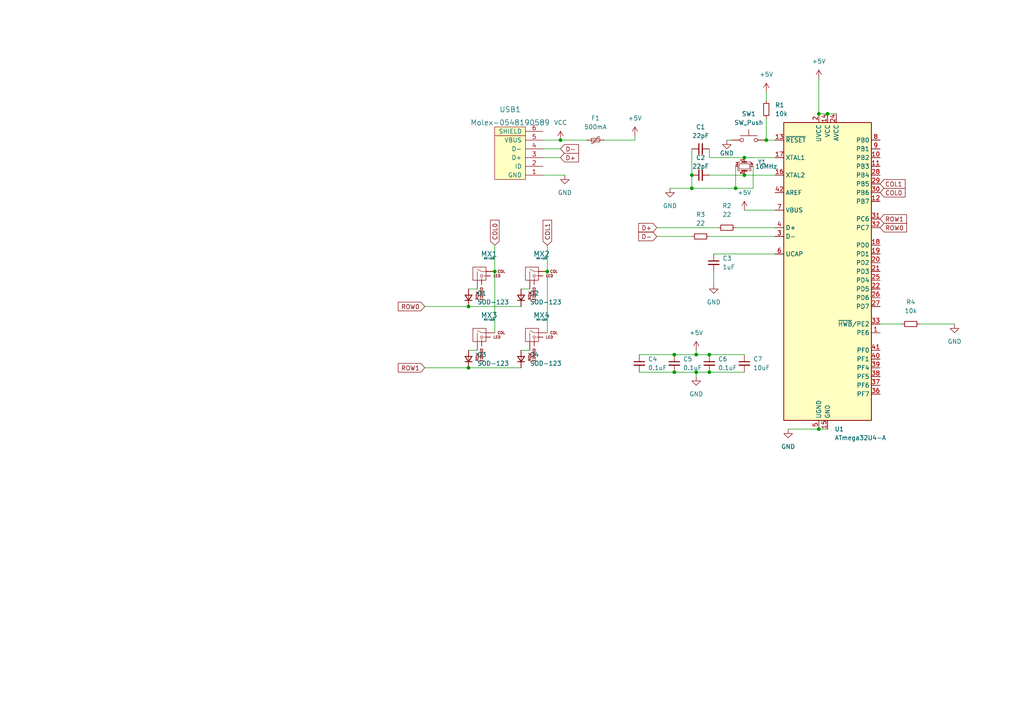
<source format=kicad_sch>
(kicad_sch (version 20211123) (generator eeschema)

  (uuid b31bc311-83bd-49c1-87e6-d9694cad3035)

  (paper "A4")

  (lib_symbols
    (symbol "Device:C_Small" (pin_numbers hide) (pin_names (offset 0.254) hide) (in_bom yes) (on_board yes)
      (property "Reference" "C" (id 0) (at 0.254 1.778 0)
        (effects (font (size 1.27 1.27)) (justify left))
      )
      (property "Value" "C_Small" (id 1) (at 0.254 -2.032 0)
        (effects (font (size 1.27 1.27)) (justify left))
      )
      (property "Footprint" "" (id 2) (at 0 0 0)
        (effects (font (size 1.27 1.27)) hide)
      )
      (property "Datasheet" "~" (id 3) (at 0 0 0)
        (effects (font (size 1.27 1.27)) hide)
      )
      (property "ki_keywords" "capacitor cap" (id 4) (at 0 0 0)
        (effects (font (size 1.27 1.27)) hide)
      )
      (property "ki_description" "Unpolarized capacitor, small symbol" (id 5) (at 0 0 0)
        (effects (font (size 1.27 1.27)) hide)
      )
      (property "ki_fp_filters" "C_*" (id 6) (at 0 0 0)
        (effects (font (size 1.27 1.27)) hide)
      )
      (symbol "C_Small_0_1"
        (polyline
          (pts
            (xy -1.524 -0.508)
            (xy 1.524 -0.508)
          )
          (stroke (width 0.3302) (type default) (color 0 0 0 0))
          (fill (type none))
        )
        (polyline
          (pts
            (xy -1.524 0.508)
            (xy 1.524 0.508)
          )
          (stroke (width 0.3048) (type default) (color 0 0 0 0))
          (fill (type none))
        )
      )
      (symbol "C_Small_1_1"
        (pin passive line (at 0 2.54 270) (length 2.032)
          (name "~" (effects (font (size 1.27 1.27))))
          (number "1" (effects (font (size 1.27 1.27))))
        )
        (pin passive line (at 0 -2.54 90) (length 2.032)
          (name "~" (effects (font (size 1.27 1.27))))
          (number "2" (effects (font (size 1.27 1.27))))
        )
      )
    )
    (symbol "Device:Crystal_GND24_Small" (pin_names (offset 1.016) hide) (in_bom yes) (on_board yes)
      (property "Reference" "Y" (id 0) (at 1.27 4.445 0)
        (effects (font (size 1.27 1.27)) (justify left))
      )
      (property "Value" "Crystal_GND24_Small" (id 1) (at 1.27 2.54 0)
        (effects (font (size 1.27 1.27)) (justify left))
      )
      (property "Footprint" "" (id 2) (at 0 0 0)
        (effects (font (size 1.27 1.27)) hide)
      )
      (property "Datasheet" "~" (id 3) (at 0 0 0)
        (effects (font (size 1.27 1.27)) hide)
      )
      (property "ki_keywords" "quartz ceramic resonator oscillator" (id 4) (at 0 0 0)
        (effects (font (size 1.27 1.27)) hide)
      )
      (property "ki_description" "Four pin crystal, GND on pins 2 and 4, small symbol" (id 5) (at 0 0 0)
        (effects (font (size 1.27 1.27)) hide)
      )
      (property "ki_fp_filters" "Crystal*" (id 6) (at 0 0 0)
        (effects (font (size 1.27 1.27)) hide)
      )
      (symbol "Crystal_GND24_Small_0_1"
        (rectangle (start -0.762 -1.524) (end 0.762 1.524)
          (stroke (width 0) (type default) (color 0 0 0 0))
          (fill (type none))
        )
        (polyline
          (pts
            (xy -1.27 -0.762)
            (xy -1.27 0.762)
          )
          (stroke (width 0.381) (type default) (color 0 0 0 0))
          (fill (type none))
        )
        (polyline
          (pts
            (xy 1.27 -0.762)
            (xy 1.27 0.762)
          )
          (stroke (width 0.381) (type default) (color 0 0 0 0))
          (fill (type none))
        )
        (polyline
          (pts
            (xy -1.27 -1.27)
            (xy -1.27 -1.905)
            (xy 1.27 -1.905)
            (xy 1.27 -1.27)
          )
          (stroke (width 0) (type default) (color 0 0 0 0))
          (fill (type none))
        )
        (polyline
          (pts
            (xy -1.27 1.27)
            (xy -1.27 1.905)
            (xy 1.27 1.905)
            (xy 1.27 1.27)
          )
          (stroke (width 0) (type default) (color 0 0 0 0))
          (fill (type none))
        )
      )
      (symbol "Crystal_GND24_Small_1_1"
        (pin passive line (at -2.54 0 0) (length 1.27)
          (name "1" (effects (font (size 1.27 1.27))))
          (number "1" (effects (font (size 0.762 0.762))))
        )
        (pin passive line (at 0 -2.54 90) (length 0.635)
          (name "2" (effects (font (size 1.27 1.27))))
          (number "2" (effects (font (size 0.762 0.762))))
        )
        (pin passive line (at 2.54 0 180) (length 1.27)
          (name "3" (effects (font (size 1.27 1.27))))
          (number "3" (effects (font (size 0.762 0.762))))
        )
        (pin passive line (at 0 2.54 270) (length 0.635)
          (name "4" (effects (font (size 1.27 1.27))))
          (number "4" (effects (font (size 0.762 0.762))))
        )
      )
    )
    (symbol "Device:D_Small" (pin_numbers hide) (pin_names (offset 0.254) hide) (in_bom yes) (on_board yes)
      (property "Reference" "D" (id 0) (at -1.27 2.032 0)
        (effects (font (size 1.27 1.27)) (justify left))
      )
      (property "Value" "D_Small" (id 1) (at -3.81 -2.032 0)
        (effects (font (size 1.27 1.27)) (justify left))
      )
      (property "Footprint" "" (id 2) (at 0 0 90)
        (effects (font (size 1.27 1.27)) hide)
      )
      (property "Datasheet" "~" (id 3) (at 0 0 90)
        (effects (font (size 1.27 1.27)) hide)
      )
      (property "ki_keywords" "diode" (id 4) (at 0 0 0)
        (effects (font (size 1.27 1.27)) hide)
      )
      (property "ki_description" "Diode, small symbol" (id 5) (at 0 0 0)
        (effects (font (size 1.27 1.27)) hide)
      )
      (property "ki_fp_filters" "TO-???* *_Diode_* *SingleDiode* D_*" (id 6) (at 0 0 0)
        (effects (font (size 1.27 1.27)) hide)
      )
      (symbol "D_Small_0_1"
        (polyline
          (pts
            (xy -0.762 -1.016)
            (xy -0.762 1.016)
          )
          (stroke (width 0.254) (type default) (color 0 0 0 0))
          (fill (type none))
        )
        (polyline
          (pts
            (xy -0.762 0)
            (xy 0.762 0)
          )
          (stroke (width 0) (type default) (color 0 0 0 0))
          (fill (type none))
        )
        (polyline
          (pts
            (xy 0.762 -1.016)
            (xy -0.762 0)
            (xy 0.762 1.016)
            (xy 0.762 -1.016)
          )
          (stroke (width 0.254) (type default) (color 0 0 0 0))
          (fill (type none))
        )
      )
      (symbol "D_Small_1_1"
        (pin passive line (at -2.54 0 0) (length 1.778)
          (name "K" (effects (font (size 1.27 1.27))))
          (number "1" (effects (font (size 1.27 1.27))))
        )
        (pin passive line (at 2.54 0 180) (length 1.778)
          (name "A" (effects (font (size 1.27 1.27))))
          (number "2" (effects (font (size 1.27 1.27))))
        )
      )
    )
    (symbol "Device:Polyfuse_Small" (pin_numbers hide) (pin_names (offset 0)) (in_bom yes) (on_board yes)
      (property "Reference" "F" (id 0) (at -1.905 0 90)
        (effects (font (size 1.27 1.27)))
      )
      (property "Value" "Polyfuse_Small" (id 1) (at 1.905 0 90)
        (effects (font (size 1.27 1.27)))
      )
      (property "Footprint" "" (id 2) (at 1.27 -5.08 0)
        (effects (font (size 1.27 1.27)) (justify left) hide)
      )
      (property "Datasheet" "~" (id 3) (at 0 0 0)
        (effects (font (size 1.27 1.27)) hide)
      )
      (property "ki_keywords" "resettable fuse PTC PPTC polyfuse polyswitch" (id 4) (at 0 0 0)
        (effects (font (size 1.27 1.27)) hide)
      )
      (property "ki_description" "Resettable fuse, polymeric positive temperature coefficient, small symbol" (id 5) (at 0 0 0)
        (effects (font (size 1.27 1.27)) hide)
      )
      (property "ki_fp_filters" "*polyfuse* *PTC*" (id 6) (at 0 0 0)
        (effects (font (size 1.27 1.27)) hide)
      )
      (symbol "Polyfuse_Small_0_1"
        (rectangle (start -0.508 1.27) (end 0.508 -1.27)
          (stroke (width 0) (type default) (color 0 0 0 0))
          (fill (type none))
        )
        (polyline
          (pts
            (xy 0 2.54)
            (xy 0 -2.54)
          )
          (stroke (width 0) (type default) (color 0 0 0 0))
          (fill (type none))
        )
        (polyline
          (pts
            (xy -1.016 1.27)
            (xy -1.016 0.762)
            (xy 1.016 -0.762)
            (xy 1.016 -1.27)
          )
          (stroke (width 0) (type default) (color 0 0 0 0))
          (fill (type none))
        )
      )
      (symbol "Polyfuse_Small_1_1"
        (pin passive line (at 0 2.54 270) (length 0.635)
          (name "~" (effects (font (size 1.27 1.27))))
          (number "1" (effects (font (size 1.27 1.27))))
        )
        (pin passive line (at 0 -2.54 90) (length 0.635)
          (name "~" (effects (font (size 1.27 1.27))))
          (number "2" (effects (font (size 1.27 1.27))))
        )
      )
    )
    (symbol "Device:R_Small" (pin_numbers hide) (pin_names (offset 0.254) hide) (in_bom yes) (on_board yes)
      (property "Reference" "R" (id 0) (at 0.762 0.508 0)
        (effects (font (size 1.27 1.27)) (justify left))
      )
      (property "Value" "R_Small" (id 1) (at 0.762 -1.016 0)
        (effects (font (size 1.27 1.27)) (justify left))
      )
      (property "Footprint" "" (id 2) (at 0 0 0)
        (effects (font (size 1.27 1.27)) hide)
      )
      (property "Datasheet" "~" (id 3) (at 0 0 0)
        (effects (font (size 1.27 1.27)) hide)
      )
      (property "ki_keywords" "R resistor" (id 4) (at 0 0 0)
        (effects (font (size 1.27 1.27)) hide)
      )
      (property "ki_description" "Resistor, small symbol" (id 5) (at 0 0 0)
        (effects (font (size 1.27 1.27)) hide)
      )
      (property "ki_fp_filters" "R_*" (id 6) (at 0 0 0)
        (effects (font (size 1.27 1.27)) hide)
      )
      (symbol "R_Small_0_1"
        (rectangle (start -0.762 1.778) (end 0.762 -1.778)
          (stroke (width 0.2032) (type default) (color 0 0 0 0))
          (fill (type none))
        )
      )
      (symbol "R_Small_1_1"
        (pin passive line (at 0 2.54 270) (length 0.762)
          (name "~" (effects (font (size 1.27 1.27))))
          (number "1" (effects (font (size 1.27 1.27))))
        )
        (pin passive line (at 0 -2.54 90) (length 0.762)
          (name "~" (effects (font (size 1.27 1.27))))
          (number "2" (effects (font (size 1.27 1.27))))
        )
      )
    )
    (symbol "MCU_Microchip_ATmega:ATmega32U4-A" (in_bom yes) (on_board yes)
      (property "Reference" "U" (id 0) (at -12.7 44.45 0)
        (effects (font (size 1.27 1.27)) (justify left bottom))
      )
      (property "Value" "ATmega32U4-A" (id 1) (at 2.54 -44.45 0)
        (effects (font (size 1.27 1.27)) (justify left top))
      )
      (property "Footprint" "Package_QFP:TQFP-44_10x10mm_P0.8mm" (id 2) (at 0 0 0)
        (effects (font (size 1.27 1.27) italic) hide)
      )
      (property "Datasheet" "http://ww1.microchip.com/downloads/en/DeviceDoc/Atmel-7766-8-bit-AVR-ATmega16U4-32U4_Datasheet.pdf" (id 3) (at 0 0 0)
        (effects (font (size 1.27 1.27)) hide)
      )
      (property "ki_keywords" "AVR 8bit Microcontroller MegaAVR USB" (id 4) (at 0 0 0)
        (effects (font (size 1.27 1.27)) hide)
      )
      (property "ki_description" "16MHz, 32kB Flash, 2.5kB SRAM, 1kB EEPROM, USB 2.0, TQFP-44" (id 5) (at 0 0 0)
        (effects (font (size 1.27 1.27)) hide)
      )
      (property "ki_fp_filters" "TQFP*10x10mm*P0.8mm*" (id 6) (at 0 0 0)
        (effects (font (size 1.27 1.27)) hide)
      )
      (symbol "ATmega32U4-A_0_1"
        (rectangle (start -12.7 -43.18) (end 12.7 43.18)
          (stroke (width 0.254) (type default) (color 0 0 0 0))
          (fill (type background))
        )
      )
      (symbol "ATmega32U4-A_1_1"
        (pin bidirectional line (at 15.24 -17.78 180) (length 2.54)
          (name "PE6" (effects (font (size 1.27 1.27))))
          (number "1" (effects (font (size 1.27 1.27))))
        )
        (pin bidirectional line (at 15.24 33.02 180) (length 2.54)
          (name "PB2" (effects (font (size 1.27 1.27))))
          (number "10" (effects (font (size 1.27 1.27))))
        )
        (pin bidirectional line (at 15.24 30.48 180) (length 2.54)
          (name "PB3" (effects (font (size 1.27 1.27))))
          (number "11" (effects (font (size 1.27 1.27))))
        )
        (pin bidirectional line (at 15.24 20.32 180) (length 2.54)
          (name "PB7" (effects (font (size 1.27 1.27))))
          (number "12" (effects (font (size 1.27 1.27))))
        )
        (pin input line (at -15.24 38.1 0) (length 2.54)
          (name "~{RESET}" (effects (font (size 1.27 1.27))))
          (number "13" (effects (font (size 1.27 1.27))))
        )
        (pin power_in line (at 0 45.72 270) (length 2.54)
          (name "VCC" (effects (font (size 1.27 1.27))))
          (number "14" (effects (font (size 1.27 1.27))))
        )
        (pin power_in line (at 0 -45.72 90) (length 2.54)
          (name "GND" (effects (font (size 1.27 1.27))))
          (number "15" (effects (font (size 1.27 1.27))))
        )
        (pin output line (at -15.24 27.94 0) (length 2.54)
          (name "XTAL2" (effects (font (size 1.27 1.27))))
          (number "16" (effects (font (size 1.27 1.27))))
        )
        (pin input line (at -15.24 33.02 0) (length 2.54)
          (name "XTAL1" (effects (font (size 1.27 1.27))))
          (number "17" (effects (font (size 1.27 1.27))))
        )
        (pin bidirectional line (at 15.24 7.62 180) (length 2.54)
          (name "PD0" (effects (font (size 1.27 1.27))))
          (number "18" (effects (font (size 1.27 1.27))))
        )
        (pin bidirectional line (at 15.24 5.08 180) (length 2.54)
          (name "PD1" (effects (font (size 1.27 1.27))))
          (number "19" (effects (font (size 1.27 1.27))))
        )
        (pin power_in line (at -2.54 45.72 270) (length 2.54)
          (name "UVCC" (effects (font (size 1.27 1.27))))
          (number "2" (effects (font (size 1.27 1.27))))
        )
        (pin bidirectional line (at 15.24 2.54 180) (length 2.54)
          (name "PD2" (effects (font (size 1.27 1.27))))
          (number "20" (effects (font (size 1.27 1.27))))
        )
        (pin bidirectional line (at 15.24 0 180) (length 2.54)
          (name "PD3" (effects (font (size 1.27 1.27))))
          (number "21" (effects (font (size 1.27 1.27))))
        )
        (pin bidirectional line (at 15.24 -5.08 180) (length 2.54)
          (name "PD5" (effects (font (size 1.27 1.27))))
          (number "22" (effects (font (size 1.27 1.27))))
        )
        (pin passive line (at 0 -45.72 90) (length 2.54) hide
          (name "GND" (effects (font (size 1.27 1.27))))
          (number "23" (effects (font (size 1.27 1.27))))
        )
        (pin power_in line (at 2.54 45.72 270) (length 2.54)
          (name "AVCC" (effects (font (size 1.27 1.27))))
          (number "24" (effects (font (size 1.27 1.27))))
        )
        (pin bidirectional line (at 15.24 -2.54 180) (length 2.54)
          (name "PD4" (effects (font (size 1.27 1.27))))
          (number "25" (effects (font (size 1.27 1.27))))
        )
        (pin bidirectional line (at 15.24 -7.62 180) (length 2.54)
          (name "PD6" (effects (font (size 1.27 1.27))))
          (number "26" (effects (font (size 1.27 1.27))))
        )
        (pin bidirectional line (at 15.24 -10.16 180) (length 2.54)
          (name "PD7" (effects (font (size 1.27 1.27))))
          (number "27" (effects (font (size 1.27 1.27))))
        )
        (pin bidirectional line (at 15.24 27.94 180) (length 2.54)
          (name "PB4" (effects (font (size 1.27 1.27))))
          (number "28" (effects (font (size 1.27 1.27))))
        )
        (pin bidirectional line (at 15.24 25.4 180) (length 2.54)
          (name "PB5" (effects (font (size 1.27 1.27))))
          (number "29" (effects (font (size 1.27 1.27))))
        )
        (pin bidirectional line (at -15.24 10.16 0) (length 2.54)
          (name "D-" (effects (font (size 1.27 1.27))))
          (number "3" (effects (font (size 1.27 1.27))))
        )
        (pin bidirectional line (at 15.24 22.86 180) (length 2.54)
          (name "PB6" (effects (font (size 1.27 1.27))))
          (number "30" (effects (font (size 1.27 1.27))))
        )
        (pin bidirectional line (at 15.24 15.24 180) (length 2.54)
          (name "PC6" (effects (font (size 1.27 1.27))))
          (number "31" (effects (font (size 1.27 1.27))))
        )
        (pin bidirectional line (at 15.24 12.7 180) (length 2.54)
          (name "PC7" (effects (font (size 1.27 1.27))))
          (number "32" (effects (font (size 1.27 1.27))))
        )
        (pin bidirectional line (at 15.24 -15.24 180) (length 2.54)
          (name "~{HWB}/PE2" (effects (font (size 1.27 1.27))))
          (number "33" (effects (font (size 1.27 1.27))))
        )
        (pin passive line (at 0 45.72 270) (length 2.54) hide
          (name "VCC" (effects (font (size 1.27 1.27))))
          (number "34" (effects (font (size 1.27 1.27))))
        )
        (pin passive line (at 0 -45.72 90) (length 2.54) hide
          (name "GND" (effects (font (size 1.27 1.27))))
          (number "35" (effects (font (size 1.27 1.27))))
        )
        (pin bidirectional line (at 15.24 -35.56 180) (length 2.54)
          (name "PF7" (effects (font (size 1.27 1.27))))
          (number "36" (effects (font (size 1.27 1.27))))
        )
        (pin bidirectional line (at 15.24 -33.02 180) (length 2.54)
          (name "PF6" (effects (font (size 1.27 1.27))))
          (number "37" (effects (font (size 1.27 1.27))))
        )
        (pin bidirectional line (at 15.24 -30.48 180) (length 2.54)
          (name "PF5" (effects (font (size 1.27 1.27))))
          (number "38" (effects (font (size 1.27 1.27))))
        )
        (pin bidirectional line (at 15.24 -27.94 180) (length 2.54)
          (name "PF4" (effects (font (size 1.27 1.27))))
          (number "39" (effects (font (size 1.27 1.27))))
        )
        (pin bidirectional line (at -15.24 12.7 0) (length 2.54)
          (name "D+" (effects (font (size 1.27 1.27))))
          (number "4" (effects (font (size 1.27 1.27))))
        )
        (pin bidirectional line (at 15.24 -25.4 180) (length 2.54)
          (name "PF1" (effects (font (size 1.27 1.27))))
          (number "40" (effects (font (size 1.27 1.27))))
        )
        (pin bidirectional line (at 15.24 -22.86 180) (length 2.54)
          (name "PF0" (effects (font (size 1.27 1.27))))
          (number "41" (effects (font (size 1.27 1.27))))
        )
        (pin passive line (at -15.24 22.86 0) (length 2.54)
          (name "AREF" (effects (font (size 1.27 1.27))))
          (number "42" (effects (font (size 1.27 1.27))))
        )
        (pin passive line (at 0 -45.72 90) (length 2.54) hide
          (name "GND" (effects (font (size 1.27 1.27))))
          (number "43" (effects (font (size 1.27 1.27))))
        )
        (pin passive line (at 2.54 45.72 270) (length 2.54) hide
          (name "AVCC" (effects (font (size 1.27 1.27))))
          (number "44" (effects (font (size 1.27 1.27))))
        )
        (pin passive line (at -2.54 -45.72 90) (length 2.54)
          (name "UGND" (effects (font (size 1.27 1.27))))
          (number "5" (effects (font (size 1.27 1.27))))
        )
        (pin passive line (at -15.24 5.08 0) (length 2.54)
          (name "UCAP" (effects (font (size 1.27 1.27))))
          (number "6" (effects (font (size 1.27 1.27))))
        )
        (pin input line (at -15.24 17.78 0) (length 2.54)
          (name "VBUS" (effects (font (size 1.27 1.27))))
          (number "7" (effects (font (size 1.27 1.27))))
        )
        (pin bidirectional line (at 15.24 38.1 180) (length 2.54)
          (name "PB0" (effects (font (size 1.27 1.27))))
          (number "8" (effects (font (size 1.27 1.27))))
        )
        (pin bidirectional line (at 15.24 35.56 180) (length 2.54)
          (name "PB1" (effects (font (size 1.27 1.27))))
          (number "9" (effects (font (size 1.27 1.27))))
        )
      )
    )
    (symbol "MX_Alps_Hybrid:MX-LED" (pin_names (offset 1.016)) (in_bom yes) (on_board yes)
      (property "Reference" "MX" (id 0) (at -0.635 3.81 0)
        (effects (font (size 1.524 1.524)))
      )
      (property "Value" "MX-LED" (id 1) (at -0.635 1.27 0)
        (effects (font (size 0.508 0.508)))
      )
      (property "Footprint" "" (id 2) (at -15.875 -0.635 0)
        (effects (font (size 1.524 1.524)) hide)
      )
      (property "Datasheet" "" (id 3) (at -15.875 -0.635 0)
        (effects (font (size 1.524 1.524)) hide)
      )
      (symbol "MX-LED_0_0"
        (rectangle (start -2.54 2.54) (end 1.27 -1.27)
          (stroke (width 0) (type default) (color 0 0 0 0))
          (fill (type none))
        )
        (polyline
          (pts
            (xy -1.27 -1.27)
            (xy -1.27 1.27)
          )
          (stroke (width 0.127) (type default) (color 0 0 0 0))
          (fill (type none))
        )
        (polyline
          (pts
            (xy 0 -1.27)
            (xy 0 -0.635)
          )
          (stroke (width 0.127) (type default) (color 0 0 0 0))
          (fill (type none))
        )
        (polyline
          (pts
            (xy 1.27 0)
            (xy 0.635 0)
          )
          (stroke (width 0.127) (type default) (color 0 0 0 0))
          (fill (type none))
        )
        (polyline
          (pts
            (xy 1.27 1.27)
            (xy 0 1.27)
            (xy -1.27 1.905)
          )
          (stroke (width 0.127) (type default) (color 0 0 0 0))
          (fill (type none))
        )
        (circle (center 0 0) (radius 0.3556)
          (stroke (width 0.127) (type default) (color 0 0 0 0))
          (fill (type none))
        )
        (text "COL" (at 5.715 1.27 0)
          (effects (font (size 0.762 0.762)))
        )
        (text "LED" (at 4.445 0 0)
          (effects (font (size 0.762 0.762)))
        )
        (text "ROW" (at -1.27 -4.445 900)
          (effects (font (size 0.762 0.762)) (justify right))
        )
      )
      (symbol "MX-LED_1_0"
        (text "LEDGND" (at 0 -3.175 900)
          (effects (font (size 0.762 0.762)) (justify right))
        )
      )
      (symbol "MX-LED_1_1"
        (pin passive line (at 3.81 1.27 180) (length 2.54)
          (name "COL" (effects (font (size 0 0))))
          (number "1" (effects (font (size 0 0))))
        )
        (pin passive line (at -1.27 -3.81 90) (length 2.54)
          (name "ROW" (effects (font (size 0 0))))
          (number "2" (effects (font (size 0 0))))
        )
        (pin input line (at 2.54 0 180) (length 1.27)
          (name "LED" (effects (font (size 0 0))))
          (number "3" (effects (font (size 0 0))))
        )
        (pin passive line (at 0 -2.54 90) (length 1.27)
          (name "LEDGND" (effects (font (size 0 0))))
          (number "4" (effects (font (size 0 0))))
        )
      )
    )
    (symbol "Switch:SW_Push" (pin_numbers hide) (pin_names (offset 1.016) hide) (in_bom yes) (on_board yes)
      (property "Reference" "SW" (id 0) (at 1.27 2.54 0)
        (effects (font (size 1.27 1.27)) (justify left))
      )
      (property "Value" "SW_Push" (id 1) (at 0 -1.524 0)
        (effects (font (size 1.27 1.27)))
      )
      (property "Footprint" "" (id 2) (at 0 5.08 0)
        (effects (font (size 1.27 1.27)) hide)
      )
      (property "Datasheet" "~" (id 3) (at 0 5.08 0)
        (effects (font (size 1.27 1.27)) hide)
      )
      (property "ki_keywords" "switch normally-open pushbutton push-button" (id 4) (at 0 0 0)
        (effects (font (size 1.27 1.27)) hide)
      )
      (property "ki_description" "Push button switch, generic, two pins" (id 5) (at 0 0 0)
        (effects (font (size 1.27 1.27)) hide)
      )
      (symbol "SW_Push_0_1"
        (circle (center -2.032 0) (radius 0.508)
          (stroke (width 0) (type default) (color 0 0 0 0))
          (fill (type none))
        )
        (polyline
          (pts
            (xy 0 1.27)
            (xy 0 3.048)
          )
          (stroke (width 0) (type default) (color 0 0 0 0))
          (fill (type none))
        )
        (polyline
          (pts
            (xy 2.54 1.27)
            (xy -2.54 1.27)
          )
          (stroke (width 0) (type default) (color 0 0 0 0))
          (fill (type none))
        )
        (circle (center 2.032 0) (radius 0.508)
          (stroke (width 0) (type default) (color 0 0 0 0))
          (fill (type none))
        )
        (pin passive line (at -5.08 0 0) (length 2.54)
          (name "1" (effects (font (size 1.27 1.27))))
          (number "1" (effects (font (size 1.27 1.27))))
        )
        (pin passive line (at 5.08 0 180) (length 2.54)
          (name "2" (effects (font (size 1.27 1.27))))
          (number "2" (effects (font (size 1.27 1.27))))
        )
      )
    )
    (symbol "power:+5V" (power) (pin_names (offset 0)) (in_bom yes) (on_board yes)
      (property "Reference" "#PWR" (id 0) (at 0 -3.81 0)
        (effects (font (size 1.27 1.27)) hide)
      )
      (property "Value" "+5V" (id 1) (at 0 3.556 0)
        (effects (font (size 1.27 1.27)))
      )
      (property "Footprint" "" (id 2) (at 0 0 0)
        (effects (font (size 1.27 1.27)) hide)
      )
      (property "Datasheet" "" (id 3) (at 0 0 0)
        (effects (font (size 1.27 1.27)) hide)
      )
      (property "ki_keywords" "power-flag" (id 4) (at 0 0 0)
        (effects (font (size 1.27 1.27)) hide)
      )
      (property "ki_description" "Power symbol creates a global label with name \"+5V\"" (id 5) (at 0 0 0)
        (effects (font (size 1.27 1.27)) hide)
      )
      (symbol "+5V_0_1"
        (polyline
          (pts
            (xy -0.762 1.27)
            (xy 0 2.54)
          )
          (stroke (width 0) (type default) (color 0 0 0 0))
          (fill (type none))
        )
        (polyline
          (pts
            (xy 0 0)
            (xy 0 2.54)
          )
          (stroke (width 0) (type default) (color 0 0 0 0))
          (fill (type none))
        )
        (polyline
          (pts
            (xy 0 2.54)
            (xy 0.762 1.27)
          )
          (stroke (width 0) (type default) (color 0 0 0 0))
          (fill (type none))
        )
      )
      (symbol "+5V_1_1"
        (pin power_in line (at 0 0 90) (length 0) hide
          (name "+5V" (effects (font (size 1.27 1.27))))
          (number "1" (effects (font (size 1.27 1.27))))
        )
      )
    )
    (symbol "power:GND" (power) (pin_names (offset 0)) (in_bom yes) (on_board yes)
      (property "Reference" "#PWR" (id 0) (at 0 -6.35 0)
        (effects (font (size 1.27 1.27)) hide)
      )
      (property "Value" "GND" (id 1) (at 0 -3.81 0)
        (effects (font (size 1.27 1.27)))
      )
      (property "Footprint" "" (id 2) (at 0 0 0)
        (effects (font (size 1.27 1.27)) hide)
      )
      (property "Datasheet" "" (id 3) (at 0 0 0)
        (effects (font (size 1.27 1.27)) hide)
      )
      (property "ki_keywords" "power-flag" (id 4) (at 0 0 0)
        (effects (font (size 1.27 1.27)) hide)
      )
      (property "ki_description" "Power symbol creates a global label with name \"GND\" , ground" (id 5) (at 0 0 0)
        (effects (font (size 1.27 1.27)) hide)
      )
      (symbol "GND_0_1"
        (polyline
          (pts
            (xy 0 0)
            (xy 0 -1.27)
            (xy 1.27 -1.27)
            (xy 0 -2.54)
            (xy -1.27 -1.27)
            (xy 0 -1.27)
          )
          (stroke (width 0) (type default) (color 0 0 0 0))
          (fill (type none))
        )
      )
      (symbol "GND_1_1"
        (pin power_in line (at 0 0 270) (length 0) hide
          (name "GND" (effects (font (size 1.27 1.27))))
          (number "1" (effects (font (size 1.27 1.27))))
        )
      )
    )
    (symbol "power:VCC" (power) (pin_names (offset 0)) (in_bom yes) (on_board yes)
      (property "Reference" "#PWR" (id 0) (at 0 -3.81 0)
        (effects (font (size 1.27 1.27)) hide)
      )
      (property "Value" "VCC" (id 1) (at 0 3.81 0)
        (effects (font (size 1.27 1.27)))
      )
      (property "Footprint" "" (id 2) (at 0 0 0)
        (effects (font (size 1.27 1.27)) hide)
      )
      (property "Datasheet" "" (id 3) (at 0 0 0)
        (effects (font (size 1.27 1.27)) hide)
      )
      (property "ki_keywords" "power-flag" (id 4) (at 0 0 0)
        (effects (font (size 1.27 1.27)) hide)
      )
      (property "ki_description" "Power symbol creates a global label with name \"VCC\"" (id 5) (at 0 0 0)
        (effects (font (size 1.27 1.27)) hide)
      )
      (symbol "VCC_0_1"
        (polyline
          (pts
            (xy -0.762 1.27)
            (xy 0 2.54)
          )
          (stroke (width 0) (type default) (color 0 0 0 0))
          (fill (type none))
        )
        (polyline
          (pts
            (xy 0 0)
            (xy 0 2.54)
          )
          (stroke (width 0) (type default) (color 0 0 0 0))
          (fill (type none))
        )
        (polyline
          (pts
            (xy 0 2.54)
            (xy 0.762 1.27)
          )
          (stroke (width 0) (type default) (color 0 0 0 0))
          (fill (type none))
        )
      )
      (symbol "VCC_1_1"
        (pin power_in line (at 0 0 90) (length 0) hide
          (name "VCC" (effects (font (size 1.27 1.27))))
          (number "1" (effects (font (size 1.27 1.27))))
        )
      )
    )
    (symbol "random-keyboard-parts:Molex-0548190589" (pin_names (offset 1.016)) (in_bom yes) (on_board yes)
      (property "Reference" "USB" (id 0) (at 0 7.62 0)
        (effects (font (size 1.524 1.524)))
      )
      (property "Value" "Molex-0548190589" (id 1) (at 0 10.16 0)
        (effects (font (size 1.524 1.524)))
      )
      (property "Footprint" "" (id 2) (at 0 0 0)
        (effects (font (size 1.524 1.524)) hide)
      )
      (property "Datasheet" "" (id 3) (at 0 0 0)
        (effects (font (size 1.524 1.524)) hide)
      )
      (symbol "Molex-0548190589_0_0"
        (polyline
          (pts
            (xy 6.35 -2.54)
            (xy 6.35 6.35)
          )
          (stroke (width 0) (type default) (color 0 0 0 0))
          (fill (type none))
        )
        (rectangle (start 8.89 -2.54) (end -6.35 6.35)
          (stroke (width 0) (type default) (color 0 0 0 0))
          (fill (type background))
        )
      )
      (symbol "Molex-0548190589_1_1"
        (pin input line (at -5.08 -7.62 90) (length 5.08)
          (name "GND" (effects (font (size 1.27 1.27))))
          (number "1" (effects (font (size 1.27 1.27))))
        )
        (pin input line (at -2.54 -7.62 90) (length 5.08)
          (name "ID" (effects (font (size 1.27 1.27))))
          (number "2" (effects (font (size 1.27 1.27))))
        )
        (pin input line (at 0 -7.62 90) (length 5.08)
          (name "D+" (effects (font (size 1.27 1.27))))
          (number "3" (effects (font (size 1.27 1.27))))
        )
        (pin input line (at 2.54 -7.62 90) (length 5.08)
          (name "D-" (effects (font (size 1.27 1.27))))
          (number "4" (effects (font (size 1.27 1.27))))
        )
        (pin input line (at 5.08 -7.62 90) (length 5.08)
          (name "VBUS" (effects (font (size 1.27 1.27))))
          (number "5" (effects (font (size 1.27 1.27))))
        )
        (pin input line (at 7.62 -7.62 90) (length 5.08)
          (name "SHIELD" (effects (font (size 1.27 1.27))))
          (number "6" (effects (font (size 1.27 1.27))))
        )
      )
    )
  )


  (junction (at 200.66 54.61) (diameter 0) (color 0 0 0 0)
    (uuid 0175dc2b-88cb-4c31-b40f-323b27a7a1e3)
  )
  (junction (at 205.74 107.95) (diameter 0) (color 0 0 0 0)
    (uuid 0616fae7-10f1-4149-b249-54d54b4343cc)
  )
  (junction (at 195.58 107.95) (diameter 0) (color 0 0 0 0)
    (uuid 06f10e42-8b12-4ae3-9d71-9e6fe45ca4a6)
  )
  (junction (at 200.66 50.8) (diameter 0) (color 0 0 0 0)
    (uuid 13058f81-6201-4ed0-b862-09041273647b)
  )
  (junction (at 205.74 102.87) (diameter 0) (color 0 0 0 0)
    (uuid 228560a4-622b-4bbf-8e32-87402338de88)
  )
  (junction (at 237.49 33.02) (diameter 0) (color 0 0 0 0)
    (uuid 23092c34-591c-4dc2-87da-1dc89775d41e)
  )
  (junction (at 143.51 78.74) (diameter 0) (color 0 0 0 0)
    (uuid 2839abc6-8ce5-46f5-af5d-c88c3c045f22)
  )
  (junction (at 215.9 50.8) (diameter 0) (color 0 0 0 0)
    (uuid 34d568e7-8fe5-49d3-bf33-36a7b96fc4c4)
  )
  (junction (at 222.25 40.64) (diameter 0) (color 0 0 0 0)
    (uuid 54f8653f-9a01-45ac-93d0-1c743879bc78)
  )
  (junction (at 135.89 88.9) (diameter 0) (color 0 0 0 0)
    (uuid 5a107d94-1dbd-4913-b9f1-651eaddfb584)
  )
  (junction (at 237.49 124.46) (diameter 0) (color 0 0 0 0)
    (uuid 68974c7a-2125-4bbe-96ed-fd0c5e6ff28f)
  )
  (junction (at 135.89 106.68) (diameter 0) (color 0 0 0 0)
    (uuid 68b55cc4-cd59-4532-b8eb-eb83bfe19c12)
  )
  (junction (at 162.56 40.64) (diameter 0) (color 0 0 0 0)
    (uuid 6d3336d0-57a3-47ea-9bfc-13f10c4d40dc)
  )
  (junction (at 158.75 78.74) (diameter 0) (color 0 0 0 0)
    (uuid 94e5d383-3a99-4c10-8d8f-2a0764bdc4e8)
  )
  (junction (at 195.58 102.87) (diameter 0) (color 0 0 0 0)
    (uuid 9ec02b58-b7cf-4f68-9dfc-9bc9d21fa1d6)
  )
  (junction (at 215.9 45.72) (diameter 0) (color 0 0 0 0)
    (uuid a86f9fd4-64cc-483e-9ef3-b313ea5f41cd)
  )
  (junction (at 240.03 33.02) (diameter 0) (color 0 0 0 0)
    (uuid b5d30412-bcae-4394-89d7-eda9419d39d6)
  )
  (junction (at 213.36 54.61) (diameter 0) (color 0 0 0 0)
    (uuid dd8b7055-a727-47bb-9088-e4136d69427f)
  )
  (junction (at 201.93 102.87) (diameter 0) (color 0 0 0 0)
    (uuid eabc54fd-c3fb-4843-9b00-bb94eadb8885)
  )
  (junction (at 201.93 107.95) (diameter 0) (color 0 0 0 0)
    (uuid f867e9bc-52af-495b-a469-580883c6229d)
  )

  (wire (pts (xy 205.74 45.72) (xy 205.74 43.18))
    (stroke (width 0) (type default) (color 0 0 0 0))
    (uuid 04999bf9-7b85-443b-9480-a96c65098b66)
  )
  (wire (pts (xy 237.49 33.02) (xy 240.03 33.02))
    (stroke (width 0) (type default) (color 0 0 0 0))
    (uuid 05e150d9-653e-4442-a220-0ddb8b4ec7e9)
  )
  (wire (pts (xy 162.56 40.64) (xy 170.18 40.64))
    (stroke (width 0) (type default) (color 0 0 0 0))
    (uuid 0e88f91e-e075-4f5b-ad6e-93b049154841)
  )
  (wire (pts (xy 207.01 78.74) (xy 207.01 82.55))
    (stroke (width 0) (type default) (color 0 0 0 0))
    (uuid 163b7ae5-3a36-41eb-86ca-62df7a6bffe6)
  )
  (wire (pts (xy 205.74 50.8) (xy 215.9 50.8))
    (stroke (width 0) (type default) (color 0 0 0 0))
    (uuid 16bff235-aba3-4162-86e7-bc758021263e)
  )
  (wire (pts (xy 222.25 40.64) (xy 224.79 40.64))
    (stroke (width 0) (type default) (color 0 0 0 0))
    (uuid 1a0bdc3b-23c5-433d-899d-f90c9fdac90f)
  )
  (wire (pts (xy 205.74 68.58) (xy 224.79 68.58))
    (stroke (width 0) (type default) (color 0 0 0 0))
    (uuid 27ee1ab9-0765-440b-9b06-4961a638cf88)
  )
  (wire (pts (xy 215.9 60.96) (xy 224.79 60.96))
    (stroke (width 0) (type default) (color 0 0 0 0))
    (uuid 40698e11-2e60-4fe3-9aaf-54ff0b5fe6ad)
  )
  (wire (pts (xy 215.9 45.72) (xy 205.74 45.72))
    (stroke (width 0) (type default) (color 0 0 0 0))
    (uuid 44c22185-203e-49a9-960c-05dcfb5d6cb9)
  )
  (wire (pts (xy 205.74 107.95) (xy 215.9 107.95))
    (stroke (width 0) (type default) (color 0 0 0 0))
    (uuid 4beb222a-f0dd-4080-a7d7-3ab77775348e)
  )
  (wire (pts (xy 143.51 78.74) (xy 143.51 96.52))
    (stroke (width 0) (type default) (color 0 0 0 0))
    (uuid 50b508a6-c8d0-43dd-966b-1b12d6884a95)
  )
  (wire (pts (xy 205.74 102.87) (xy 215.9 102.87))
    (stroke (width 0) (type default) (color 0 0 0 0))
    (uuid 571f2d99-6292-4990-9e0e-6a70631f8cdf)
  )
  (wire (pts (xy 200.66 54.61) (xy 200.66 50.8))
    (stroke (width 0) (type default) (color 0 0 0 0))
    (uuid 581e0e96-43c6-4fe6-a41b-d7536c57bd84)
  )
  (wire (pts (xy 195.58 107.95) (xy 201.93 107.95))
    (stroke (width 0) (type default) (color 0 0 0 0))
    (uuid 5a8910a7-75af-480a-9c98-2c01ca16a311)
  )
  (wire (pts (xy 190.5 66.04) (xy 208.28 66.04))
    (stroke (width 0) (type default) (color 0 0 0 0))
    (uuid 72510e9e-0239-44c4-93bc-241685631b2d)
  )
  (wire (pts (xy 201.93 101.6) (xy 201.93 102.87))
    (stroke (width 0) (type default) (color 0 0 0 0))
    (uuid 7757d110-0cf1-4f39-b2c6-25573dee621b)
  )
  (wire (pts (xy 185.42 107.95) (xy 195.58 107.95))
    (stroke (width 0) (type default) (color 0 0 0 0))
    (uuid 7af3d90a-6e0b-47b7-b72d-58cfcb6c0b86)
  )
  (wire (pts (xy 158.75 71.12) (xy 158.75 78.74))
    (stroke (width 0) (type default) (color 0 0 0 0))
    (uuid 81e3be8e-c624-4015-8fed-919aaaf70ae7)
  )
  (wire (pts (xy 123.19 106.68) (xy 135.89 106.68))
    (stroke (width 0) (type default) (color 0 0 0 0))
    (uuid 81f99e4b-e2df-4de0-b995-43f1b84b8e65)
  )
  (wire (pts (xy 157.48 43.18) (xy 162.56 43.18))
    (stroke (width 0) (type default) (color 0 0 0 0))
    (uuid 8316d46f-1933-4ef5-98b6-f77794c26aaa)
  )
  (wire (pts (xy 123.19 88.9) (xy 135.89 88.9))
    (stroke (width 0) (type default) (color 0 0 0 0))
    (uuid 837bad73-de04-4522-9c39-385cafea2c96)
  )
  (wire (pts (xy 143.51 71.12) (xy 143.51 78.74))
    (stroke (width 0) (type default) (color 0 0 0 0))
    (uuid 851fe520-ddb9-4d95-a783-7390b590b484)
  )
  (wire (pts (xy 135.89 83.82) (xy 138.43 83.82))
    (stroke (width 0) (type default) (color 0 0 0 0))
    (uuid 867f6423-6e89-4669-9a02-2e2c0a6d6b6e)
  )
  (wire (pts (xy 175.26 40.64) (xy 184.15 40.64))
    (stroke (width 0) (type default) (color 0 0 0 0))
    (uuid 881ce61c-b208-4f62-aa84-980762a559e3)
  )
  (wire (pts (xy 215.9 45.72) (xy 224.79 45.72))
    (stroke (width 0) (type default) (color 0 0 0 0))
    (uuid 89170968-a714-4562-87e3-01d7165b6942)
  )
  (wire (pts (xy 210.82 40.64) (xy 212.09 40.64))
    (stroke (width 0) (type default) (color 0 0 0 0))
    (uuid 8dd3fffa-5e92-4f6e-b9ce-cbb2fb9fca5b)
  )
  (wire (pts (xy 151.13 101.6) (xy 153.67 101.6))
    (stroke (width 0) (type default) (color 0 0 0 0))
    (uuid 8ea24585-9d2f-4dee-867d-7f3db999eef5)
  )
  (wire (pts (xy 255.27 93.98) (xy 261.62 93.98))
    (stroke (width 0) (type default) (color 0 0 0 0))
    (uuid 926bfe7c-964e-4711-9d06-4d5eebf7a489)
  )
  (wire (pts (xy 218.44 54.61) (xy 213.36 54.61))
    (stroke (width 0) (type default) (color 0 0 0 0))
    (uuid 92e7a770-4f84-4382-a657-a976f5ad473b)
  )
  (wire (pts (xy 190.5 68.58) (xy 200.66 68.58))
    (stroke (width 0) (type default) (color 0 0 0 0))
    (uuid 97debdce-7209-4fe0-8812-f132d910f73e)
  )
  (wire (pts (xy 213.36 54.61) (xy 213.36 48.26))
    (stroke (width 0) (type default) (color 0 0 0 0))
    (uuid 9f79b3f7-f08d-4952-8f65-a90aed0e1ab3)
  )
  (wire (pts (xy 157.48 45.72) (xy 162.56 45.72))
    (stroke (width 0) (type default) (color 0 0 0 0))
    (uuid a47ecdb7-6b84-4384-9134-4f48ce5bfeb1)
  )
  (wire (pts (xy 266.7 93.98) (xy 276.86 93.98))
    (stroke (width 0) (type default) (color 0 0 0 0))
    (uuid a62c5fc9-2b03-42f4-8dd0-9aa3ad022c8a)
  )
  (wire (pts (xy 237.49 124.46) (xy 240.03 124.46))
    (stroke (width 0) (type default) (color 0 0 0 0))
    (uuid aa42b963-5787-4e9e-afb7-958510c6db57)
  )
  (wire (pts (xy 222.25 26.67) (xy 222.25 29.21))
    (stroke (width 0) (type default) (color 0 0 0 0))
    (uuid ac01ac78-e1b0-495b-af2f-494b8f8c12b1)
  )
  (wire (pts (xy 240.03 33.02) (xy 242.57 33.02))
    (stroke (width 0) (type default) (color 0 0 0 0))
    (uuid ac399243-a6b6-4b5d-90f0-c903cc4a35fc)
  )
  (wire (pts (xy 135.89 106.68) (xy 151.13 106.68))
    (stroke (width 0) (type default) (color 0 0 0 0))
    (uuid b2fc46c5-2437-4fc7-9aae-485bed39167b)
  )
  (wire (pts (xy 218.44 48.26) (xy 218.44 54.61))
    (stroke (width 0) (type default) (color 0 0 0 0))
    (uuid b89ac880-edfb-4a56-8b43-119fe87d3379)
  )
  (wire (pts (xy 201.93 107.95) (xy 205.74 107.95))
    (stroke (width 0) (type default) (color 0 0 0 0))
    (uuid bc5a81fc-9eaa-4e03-908e-5238321c43eb)
  )
  (wire (pts (xy 228.6 124.46) (xy 237.49 124.46))
    (stroke (width 0) (type default) (color 0 0 0 0))
    (uuid bdefe46a-3852-455f-8fad-db9c15b8dac9)
  )
  (wire (pts (xy 194.31 54.61) (xy 200.66 54.61))
    (stroke (width 0) (type default) (color 0 0 0 0))
    (uuid bf6fbbc4-8ab9-46d8-bcd8-12a438f9277b)
  )
  (wire (pts (xy 157.48 40.64) (xy 162.56 40.64))
    (stroke (width 0) (type default) (color 0 0 0 0))
    (uuid c0f97076-d87d-4fdb-a835-598ab6094d8a)
  )
  (wire (pts (xy 158.75 78.74) (xy 158.75 96.52))
    (stroke (width 0) (type default) (color 0 0 0 0))
    (uuid c17e24a6-bdf5-450c-bb59-845bf8b9dfa5)
  )
  (wire (pts (xy 207.01 73.66) (xy 224.79 73.66))
    (stroke (width 0) (type default) (color 0 0 0 0))
    (uuid c46e29b3-662b-4257-8c58-8022bb3301ad)
  )
  (wire (pts (xy 201.93 107.95) (xy 201.93 109.22))
    (stroke (width 0) (type default) (color 0 0 0 0))
    (uuid c6a73f66-2dec-46ed-927f-4ed51c0dda05)
  )
  (wire (pts (xy 200.66 43.18) (xy 200.66 50.8))
    (stroke (width 0) (type default) (color 0 0 0 0))
    (uuid c7a12b11-b648-4b5b-b058-50f566308c24)
  )
  (wire (pts (xy 213.36 66.04) (xy 224.79 66.04))
    (stroke (width 0) (type default) (color 0 0 0 0))
    (uuid cbedc023-8889-49fa-9c55-558272ffbed7)
  )
  (wire (pts (xy 237.49 22.86) (xy 237.49 33.02))
    (stroke (width 0) (type default) (color 0 0 0 0))
    (uuid cc3d41e7-161e-4c30-83a8-66f8284f5e28)
  )
  (wire (pts (xy 135.89 88.9) (xy 151.13 88.9))
    (stroke (width 0) (type default) (color 0 0 0 0))
    (uuid d22829c5-cae0-4509-a3df-e449ac8bee45)
  )
  (wire (pts (xy 195.58 102.87) (xy 201.93 102.87))
    (stroke (width 0) (type default) (color 0 0 0 0))
    (uuid d261660c-119c-4432-9e77-8e9fbbb0cb2c)
  )
  (wire (pts (xy 184.15 40.64) (xy 184.15 39.37))
    (stroke (width 0) (type default) (color 0 0 0 0))
    (uuid d2c8e4f7-0443-4e99-a779-9b693b275426)
  )
  (wire (pts (xy 151.13 83.82) (xy 153.67 83.82))
    (stroke (width 0) (type default) (color 0 0 0 0))
    (uuid dade21e2-c969-42c6-9c61-d8a23c075463)
  )
  (wire (pts (xy 135.89 101.6) (xy 138.43 101.6))
    (stroke (width 0) (type default) (color 0 0 0 0))
    (uuid e01cea0f-e263-44ad-86d8-215c1c7aa0bf)
  )
  (wire (pts (xy 200.66 54.61) (xy 213.36 54.61))
    (stroke (width 0) (type default) (color 0 0 0 0))
    (uuid e0c58f46-c5e4-43b5-879d-861a208ba0ca)
  )
  (wire (pts (xy 222.25 34.29) (xy 222.25 40.64))
    (stroke (width 0) (type default) (color 0 0 0 0))
    (uuid e8351193-e9b4-44db-a503-7e3f1329687a)
  )
  (wire (pts (xy 215.9 50.8) (xy 224.79 50.8))
    (stroke (width 0) (type default) (color 0 0 0 0))
    (uuid e946058d-ef07-42a9-afa2-d5db3689f1e8)
  )
  (wire (pts (xy 185.42 102.87) (xy 195.58 102.87))
    (stroke (width 0) (type default) (color 0 0 0 0))
    (uuid ed766726-ad34-4604-93f6-60c2e74f34a5)
  )
  (wire (pts (xy 157.48 50.8) (xy 163.83 50.8))
    (stroke (width 0) (type default) (color 0 0 0 0))
    (uuid f9497db2-5a93-4b71-9b73-e4822b98d47a)
  )
  (wire (pts (xy 201.93 102.87) (xy 205.74 102.87))
    (stroke (width 0) (type default) (color 0 0 0 0))
    (uuid fc142c3c-f0a0-47fe-b47d-cdabb0a74dbf)
  )

  (global_label "COL0" (shape input) (at 255.27 55.88 0) (fields_autoplaced)
    (effects (font (size 1.27 1.27)) (justify left))
    (uuid 039135df-884f-4c57-b6fb-49d2d3f77f8a)
    (property "Intersheet References" "${INTERSHEET_REFS}" (id 0) (at 262.5212 55.8006 0)
      (effects (font (size 1.27 1.27)) (justify left) hide)
    )
  )
  (global_label "ROW0" (shape input) (at 255.27 66.04 0) (fields_autoplaced)
    (effects (font (size 1.27 1.27)) (justify left))
    (uuid 3e94e3f4-08df-4c2d-9ab4-992f87b970b0)
    (property "Intersheet References" "${INTERSHEET_REFS}" (id 0) (at 262.9445 65.9606 0)
      (effects (font (size 1.27 1.27)) (justify left) hide)
    )
  )
  (global_label "ROW1" (shape input) (at 123.19 106.68 180) (fields_autoplaced)
    (effects (font (size 1.27 1.27)) (justify right))
    (uuid 482c8c7d-ae1f-4b7d-bf63-205137aa5f11)
    (property "Intersheet References" "${INTERSHEET_REFS}" (id 0) (at 115.5155 106.6006 0)
      (effects (font (size 1.27 1.27)) (justify right) hide)
    )
  )
  (global_label "D+" (shape input) (at 190.5 66.04 180) (fields_autoplaced)
    (effects (font (size 1.27 1.27)) (justify right))
    (uuid 54e5e614-bc44-4158-8b87-12977881029e)
    (property "Intersheet References" "${INTERSHEET_REFS}" (id 0) (at 185.2445 65.9606 0)
      (effects (font (size 1.27 1.27)) (justify right) hide)
    )
  )
  (global_label "D+" (shape input) (at 162.56 45.72 0) (fields_autoplaced)
    (effects (font (size 1.27 1.27)) (justify left))
    (uuid 5d60e22a-4ee2-4b56-9a77-24c5270f1d1f)
    (property "Intersheet References" "${INTERSHEET_REFS}" (id 0) (at 167.8155 45.7994 0)
      (effects (font (size 1.27 1.27)) (justify left) hide)
    )
  )
  (global_label "D-" (shape input) (at 162.56 43.18 0) (fields_autoplaced)
    (effects (font (size 1.27 1.27)) (justify left))
    (uuid 9e0b5343-95e6-4917-b32b-95aadd8411a9)
    (property "Intersheet References" "${INTERSHEET_REFS}" (id 0) (at 167.8155 43.1006 0)
      (effects (font (size 1.27 1.27)) (justify left) hide)
    )
  )
  (global_label "ROW0" (shape input) (at 123.19 88.9 180) (fields_autoplaced)
    (effects (font (size 1.27 1.27)) (justify right))
    (uuid bc6e5c6d-13d8-454b-ae38-a0f65437b586)
    (property "Intersheet References" "${INTERSHEET_REFS}" (id 0) (at 115.5155 88.8206 0)
      (effects (font (size 1.27 1.27)) (justify right) hide)
    )
  )
  (global_label "ROW1" (shape input) (at 255.27 63.5 0) (fields_autoplaced)
    (effects (font (size 1.27 1.27)) (justify left))
    (uuid bdee35e5-7a0e-4173-9a2c-15d0cfd63d24)
    (property "Intersheet References" "${INTERSHEET_REFS}" (id 0) (at 262.9445 63.4206 0)
      (effects (font (size 1.27 1.27)) (justify left) hide)
    )
  )
  (global_label "COL1" (shape input) (at 158.75 71.12 90) (fields_autoplaced)
    (effects (font (size 1.27 1.27)) (justify left))
    (uuid be5e0c96-dc95-4c67-93df-edc0e485790d)
    (property "Intersheet References" "${INTERSHEET_REFS}" (id 0) (at 158.6706 63.8688 90)
      (effects (font (size 1.27 1.27)) (justify left) hide)
    )
  )
  (global_label "COL1" (shape input) (at 255.27 53.34 0) (fields_autoplaced)
    (effects (font (size 1.27 1.27)) (justify left))
    (uuid bf0ee575-656f-481c-af7a-5abfdb1ce460)
    (property "Intersheet References" "${INTERSHEET_REFS}" (id 0) (at 262.5212 53.2606 0)
      (effects (font (size 1.27 1.27)) (justify left) hide)
    )
  )
  (global_label "D-" (shape input) (at 190.5 68.58 180) (fields_autoplaced)
    (effects (font (size 1.27 1.27)) (justify right))
    (uuid ccffd1ab-7f69-4c2a-b95c-adb972198049)
    (property "Intersheet References" "${INTERSHEET_REFS}" (id 0) (at 185.2445 68.5006 0)
      (effects (font (size 1.27 1.27)) (justify right) hide)
    )
  )
  (global_label "COL0" (shape input) (at 143.51 71.12 90) (fields_autoplaced)
    (effects (font (size 1.27 1.27)) (justify left))
    (uuid ebdc265e-a550-4346-a147-7ea3c5dea8b0)
    (property "Intersheet References" "${INTERSHEET_REFS}" (id 0) (at 143.4306 63.8688 90)
      (effects (font (size 1.27 1.27)) (justify left) hide)
    )
  )

  (symbol (lib_id "MX_Alps_Hybrid:MX-LED") (at 154.94 80.01 0) (unit 1)
    (in_bom yes) (on_board yes) (fields_autoplaced)
    (uuid 025f2115-50f7-45b7-9bf8-91dbbabaf1fb)
    (property "Reference" "MX2" (id 0) (at 157.0956 73.66 0)
      (effects (font (size 1.524 1.524)))
    )
    (property "Value" "MX-LED" (id 1) (at 157.0956 74.93 0)
      (effects (font (size 0.508 0.508)))
    )
    (property "Footprint" "MX_Alps_Hybrid:MX-1U" (id 2) (at 139.065 80.645 0)
      (effects (font (size 1.524 1.524)) hide)
    )
    (property "Datasheet" "" (id 3) (at 139.065 80.645 0)
      (effects (font (size 1.524 1.524)) hide)
    )
    (pin "1" (uuid ecf4dac9-a422-411b-a328-209a3dfcde91))
    (pin "2" (uuid 9a1f05e9-27cb-493d-bc6c-d70a15a0efef))
    (pin "3" (uuid f9d687c9-d285-4178-9787-73af6621f842))
    (pin "4" (uuid 1facd0a3-93dd-477b-8f84-1e5921625201))
  )

  (symbol (lib_id "power:GND") (at 163.83 50.8 0) (unit 1)
    (in_bom yes) (on_board yes) (fields_autoplaced)
    (uuid 09d288c2-93a5-4437-8366-c36b61a1a650)
    (property "Reference" "#PWR0113" (id 0) (at 163.83 57.15 0)
      (effects (font (size 1.27 1.27)) hide)
    )
    (property "Value" "GND" (id 1) (at 163.83 55.88 0))
    (property "Footprint" "" (id 2) (at 163.83 50.8 0)
      (effects (font (size 1.27 1.27)) hide)
    )
    (property "Datasheet" "" (id 3) (at 163.83 50.8 0)
      (effects (font (size 1.27 1.27)) hide)
    )
    (pin "1" (uuid 71cb2850-f2f1-4bc7-bc39-f7c21fba9017))
  )

  (symbol (lib_id "Device:C_Small") (at 203.2 43.18 90) (unit 1)
    (in_bom yes) (on_board yes) (fields_autoplaced)
    (uuid 0d315bd1-c4fe-4382-b7b3-b7861cce7f31)
    (property "Reference" "C1" (id 0) (at 203.2063 36.83 90))
    (property "Value" "22pF" (id 1) (at 203.2063 39.37 90))
    (property "Footprint" "Capacitor_SMD:C_0805_2012Metric" (id 2) (at 203.2 43.18 0)
      (effects (font (size 1.27 1.27)) hide)
    )
    (property "Datasheet" "~" (id 3) (at 203.2 43.18 0)
      (effects (font (size 1.27 1.27)) hide)
    )
    (pin "1" (uuid e483c43b-a8d9-441a-acf9-8c42c1fb9044))
    (pin "2" (uuid 79496b62-3cee-4e79-8631-422e6a404a7f))
  )

  (symbol (lib_id "Device:D_Small") (at 135.89 104.14 90) (unit 1)
    (in_bom yes) (on_board yes) (fields_autoplaced)
    (uuid 1dc5fe2e-454b-4f9b-99d8-429948c1c243)
    (property "Reference" "D3" (id 0) (at 138.43 102.8699 90)
      (effects (font (size 1.27 1.27)) (justify right))
    )
    (property "Value" "SOD-123" (id 1) (at 138.43 105.4099 90)
      (effects (font (size 1.27 1.27)) (justify right))
    )
    (property "Footprint" "Diode_SMD:D_SOD-123" (id 2) (at 135.89 104.14 90)
      (effects (font (size 1.27 1.27)) hide)
    )
    (property "Datasheet" "~" (id 3) (at 135.89 104.14 90)
      (effects (font (size 1.27 1.27)) hide)
    )
    (pin "1" (uuid 9789a265-fd40-477b-a0bf-231e3c95d1c0))
    (pin "2" (uuid 2f28d4ba-5aec-4d8f-9585-5978793d5ab9))
  )

  (symbol (lib_id "Switch:SW_Push") (at 217.17 40.64 0) (unit 1)
    (in_bom yes) (on_board yes) (fields_autoplaced)
    (uuid 1f5ed9c8-07de-470e-b1b8-c0e903f985df)
    (property "Reference" "SW1" (id 0) (at 217.17 33.02 0))
    (property "Value" "SW_Push" (id 1) (at 217.17 35.56 0))
    (property "Footprint" "random-keyboard-parts:SKQG-1155865" (id 2) (at 217.17 35.56 0)
      (effects (font (size 1.27 1.27)) hide)
    )
    (property "Datasheet" "~" (id 3) (at 217.17 35.56 0)
      (effects (font (size 1.27 1.27)) hide)
    )
    (pin "1" (uuid 7ac19ff5-a873-4bed-a7be-a12f11b57218))
    (pin "2" (uuid 36f0124e-375f-4ea8-8c41-c7e5650cc04c))
  )

  (symbol (lib_id "Device:R_Small") (at 222.25 31.75 0) (unit 1)
    (in_bom yes) (on_board yes) (fields_autoplaced)
    (uuid 22df3495-348a-475a-af76-ad51b56adfc4)
    (property "Reference" "R1" (id 0) (at 224.79 30.4799 0)
      (effects (font (size 1.27 1.27)) (justify left))
    )
    (property "Value" "10k" (id 1) (at 224.79 33.0199 0)
      (effects (font (size 1.27 1.27)) (justify left))
    )
    (property "Footprint" "Resistor_SMD:R_0805_2012Metric" (id 2) (at 222.25 31.75 0)
      (effects (font (size 1.27 1.27)) hide)
    )
    (property "Datasheet" "~" (id 3) (at 222.25 31.75 0)
      (effects (font (size 1.27 1.27)) hide)
    )
    (pin "1" (uuid 2b65865f-7192-4460-a9f0-310652350ae0))
    (pin "2" (uuid 13dcdeed-23ef-47bc-a0a2-80032da9b010))
  )

  (symbol (lib_id "Device:C_Small") (at 203.2 50.8 90) (unit 1)
    (in_bom yes) (on_board yes)
    (uuid 2622c595-7809-4a89-96f2-b1263e97b85b)
    (property "Reference" "C2" (id 0) (at 203.2 45.72 90))
    (property "Value" "22pF" (id 1) (at 203.2 48.26 90))
    (property "Footprint" "Capacitor_SMD:C_0805_2012Metric" (id 2) (at 203.2 50.8 0)
      (effects (font (size 1.27 1.27)) hide)
    )
    (property "Datasheet" "~" (id 3) (at 203.2 50.8 0)
      (effects (font (size 1.27 1.27)) hide)
    )
    (pin "1" (uuid a4063d76-fb86-4359-b74b-f316c7294b18))
    (pin "2" (uuid d0ead173-b532-40ec-b4af-34b51c6d090a))
  )

  (symbol (lib_id "power:+5V") (at 215.9 60.96 0) (unit 1)
    (in_bom yes) (on_board yes) (fields_autoplaced)
    (uuid 3205be30-37c1-46c1-843a-cd06fd10c00c)
    (property "Reference" "#PWR0102" (id 0) (at 215.9 64.77 0)
      (effects (font (size 1.27 1.27)) hide)
    )
    (property "Value" "+5V" (id 1) (at 215.9 55.88 0))
    (property "Footprint" "" (id 2) (at 215.9 60.96 0)
      (effects (font (size 1.27 1.27)) hide)
    )
    (property "Datasheet" "" (id 3) (at 215.9 60.96 0)
      (effects (font (size 1.27 1.27)) hide)
    )
    (pin "1" (uuid eb9d82da-4f4d-48fe-8c09-df648a73ca3b))
  )

  (symbol (lib_id "power:+5V") (at 201.93 101.6 0) (unit 1)
    (in_bom yes) (on_board yes) (fields_autoplaced)
    (uuid 321fa266-602b-4615-b89f-fa6e29f05eee)
    (property "Reference" "#PWR0105" (id 0) (at 201.93 105.41 0)
      (effects (font (size 1.27 1.27)) hide)
    )
    (property "Value" "+5V" (id 1) (at 201.93 96.52 0))
    (property "Footprint" "" (id 2) (at 201.93 101.6 0)
      (effects (font (size 1.27 1.27)) hide)
    )
    (property "Datasheet" "" (id 3) (at 201.93 101.6 0)
      (effects (font (size 1.27 1.27)) hide)
    )
    (pin "1" (uuid 4c320482-e33d-4c40-9c20-2c7cd40a9f02))
  )

  (symbol (lib_id "Device:C_Small") (at 205.74 105.41 0) (unit 1)
    (in_bom yes) (on_board yes) (fields_autoplaced)
    (uuid 331f547f-e61b-4680-9848-074a1cbccf02)
    (property "Reference" "C6" (id 0) (at 208.28 104.1462 0)
      (effects (font (size 1.27 1.27)) (justify left))
    )
    (property "Value" "0.1uF" (id 1) (at 208.28 106.6862 0)
      (effects (font (size 1.27 1.27)) (justify left))
    )
    (property "Footprint" "Capacitor_SMD:C_0805_2012Metric" (id 2) (at 205.74 105.41 0)
      (effects (font (size 1.27 1.27)) hide)
    )
    (property "Datasheet" "~" (id 3) (at 205.74 105.41 0)
      (effects (font (size 1.27 1.27)) hide)
    )
    (pin "1" (uuid b1da8af5-b984-4079-8b23-a1a4e6bb2150))
    (pin "2" (uuid 7793e5a6-0490-4ca9-8154-8423750f3487))
  )

  (symbol (lib_id "power:+5V") (at 237.49 22.86 0) (unit 1)
    (in_bom yes) (on_board yes) (fields_autoplaced)
    (uuid 442c1279-30f0-40d9-b0bd-9f972398eca1)
    (property "Reference" "#PWR0107" (id 0) (at 237.49 26.67 0)
      (effects (font (size 1.27 1.27)) hide)
    )
    (property "Value" "+5V" (id 1) (at 237.49 17.78 0))
    (property "Footprint" "" (id 2) (at 237.49 22.86 0)
      (effects (font (size 1.27 1.27)) hide)
    )
    (property "Datasheet" "" (id 3) (at 237.49 22.86 0)
      (effects (font (size 1.27 1.27)) hide)
    )
    (pin "1" (uuid cce86b57-f8dd-4977-88ed-727c3598bc8b))
  )

  (symbol (lib_id "power:GND") (at 207.01 82.55 0) (unit 1)
    (in_bom yes) (on_board yes) (fields_autoplaced)
    (uuid 49d79235-f5cf-4b53-b875-16c697eada0a)
    (property "Reference" "#PWR0101" (id 0) (at 207.01 88.9 0)
      (effects (font (size 1.27 1.27)) hide)
    )
    (property "Value" "GND" (id 1) (at 207.01 87.63 0))
    (property "Footprint" "" (id 2) (at 207.01 82.55 0)
      (effects (font (size 1.27 1.27)) hide)
    )
    (property "Datasheet" "" (id 3) (at 207.01 82.55 0)
      (effects (font (size 1.27 1.27)) hide)
    )
    (pin "1" (uuid 5fba2a66-fd89-4c3c-9b73-4cfc9c89f714))
  )

  (symbol (lib_id "power:+5V") (at 222.25 26.67 0) (unit 1)
    (in_bom yes) (on_board yes) (fields_autoplaced)
    (uuid 5d33ebd3-8e0e-471e-bd4b-966391c98774)
    (property "Reference" "#PWR0108" (id 0) (at 222.25 30.48 0)
      (effects (font (size 1.27 1.27)) hide)
    )
    (property "Value" "+5V" (id 1) (at 222.25 21.59 0))
    (property "Footprint" "" (id 2) (at 222.25 26.67 0)
      (effects (font (size 1.27 1.27)) hide)
    )
    (property "Datasheet" "" (id 3) (at 222.25 26.67 0)
      (effects (font (size 1.27 1.27)) hide)
    )
    (pin "1" (uuid 332f4134-a6b6-4e62-a5ee-2561e1c578db))
  )

  (symbol (lib_id "Device:R_Small") (at 210.82 66.04 270) (unit 1)
    (in_bom yes) (on_board yes) (fields_autoplaced)
    (uuid 5eaeeb79-67f5-471d-ae59-428271fc9d9c)
    (property "Reference" "R2" (id 0) (at 210.82 59.69 90))
    (property "Value" "22" (id 1) (at 210.82 62.23 90))
    (property "Footprint" "Resistor_SMD:R_0805_2012Metric" (id 2) (at 210.82 66.04 0)
      (effects (font (size 1.27 1.27)) hide)
    )
    (property "Datasheet" "~" (id 3) (at 210.82 66.04 0)
      (effects (font (size 1.27 1.27)) hide)
    )
    (pin "1" (uuid a6ba3b97-2e98-4bc1-9aa6-3200df498553))
    (pin "2" (uuid 0490ac35-9541-4788-9cc0-58e9b49f579b))
  )

  (symbol (lib_id "Device:R_Small") (at 203.2 68.58 90) (unit 1)
    (in_bom yes) (on_board yes) (fields_autoplaced)
    (uuid 62a76d91-ea83-46df-8656-9a7a372378fd)
    (property "Reference" "R3" (id 0) (at 203.2 62.23 90))
    (property "Value" "22" (id 1) (at 203.2 64.77 90))
    (property "Footprint" "Resistor_SMD:R_0805_2012Metric" (id 2) (at 203.2 68.58 0)
      (effects (font (size 1.27 1.27)) hide)
    )
    (property "Datasheet" "~" (id 3) (at 203.2 68.58 0)
      (effects (font (size 1.27 1.27)) hide)
    )
    (pin "1" (uuid 72d1e496-a04d-4dc0-93a8-8f9cfe1abc33))
    (pin "2" (uuid 13945ba9-fae9-4e92-a9f9-5ce1d8769831))
  )

  (symbol (lib_id "Device:C_Small") (at 185.42 105.41 0) (unit 1)
    (in_bom yes) (on_board yes) (fields_autoplaced)
    (uuid 714a2a07-2387-47d8-818a-2c02d9726493)
    (property "Reference" "C4" (id 0) (at 187.96 104.1462 0)
      (effects (font (size 1.27 1.27)) (justify left))
    )
    (property "Value" "0.1uF" (id 1) (at 187.96 106.6862 0)
      (effects (font (size 1.27 1.27)) (justify left))
    )
    (property "Footprint" "Capacitor_SMD:C_0805_2012Metric" (id 2) (at 185.42 105.41 0)
      (effects (font (size 1.27 1.27)) hide)
    )
    (property "Datasheet" "~" (id 3) (at 185.42 105.41 0)
      (effects (font (size 1.27 1.27)) hide)
    )
    (pin "1" (uuid 6e587b49-2938-41b1-abc2-378a45dbd2d1))
    (pin "2" (uuid f3310f2e-ef27-494d-9c3f-2b28b76a2bcf))
  )

  (symbol (lib_id "Device:R_Small") (at 264.16 93.98 90) (unit 1)
    (in_bom yes) (on_board yes) (fields_autoplaced)
    (uuid 7341e78d-26c2-4998-b286-dfc76d42c26f)
    (property "Reference" "R4" (id 0) (at 264.16 87.63 90))
    (property "Value" "10k" (id 1) (at 264.16 90.17 90))
    (property "Footprint" "Resistor_SMD:R_0805_2012Metric" (id 2) (at 264.16 93.98 0)
      (effects (font (size 1.27 1.27)) hide)
    )
    (property "Datasheet" "~" (id 3) (at 264.16 93.98 0)
      (effects (font (size 1.27 1.27)) hide)
    )
    (pin "1" (uuid 30c834ca-8bf7-4781-b120-0c61410c211e))
    (pin "2" (uuid b034ae5c-3bb5-4f94-a7bd-c34ce02a06b5))
  )

  (symbol (lib_id "power:+5V") (at 184.15 39.37 0) (unit 1)
    (in_bom yes) (on_board yes) (fields_autoplaced)
    (uuid 73536061-3d2c-4a22-948c-0b2590bfcaa0)
    (property "Reference" "#PWR0111" (id 0) (at 184.15 43.18 0)
      (effects (font (size 1.27 1.27)) hide)
    )
    (property "Value" "+5V" (id 1) (at 184.15 34.29 0))
    (property "Footprint" "" (id 2) (at 184.15 39.37 0)
      (effects (font (size 1.27 1.27)) hide)
    )
    (property "Datasheet" "" (id 3) (at 184.15 39.37 0)
      (effects (font (size 1.27 1.27)) hide)
    )
    (pin "1" (uuid 08ad308d-1c2a-404d-bdab-f126760bdc4c))
  )

  (symbol (lib_id "Device:C_Small") (at 215.9 105.41 0) (unit 1)
    (in_bom yes) (on_board yes) (fields_autoplaced)
    (uuid 78cb8a9c-5aab-49f8-9dcd-da1285df1ed8)
    (property "Reference" "C7" (id 0) (at 218.44 104.1462 0)
      (effects (font (size 1.27 1.27)) (justify left))
    )
    (property "Value" "10uF" (id 1) (at 218.44 106.6862 0)
      (effects (font (size 1.27 1.27)) (justify left))
    )
    (property "Footprint" "Capacitor_SMD:C_0805_2012Metric" (id 2) (at 215.9 105.41 0)
      (effects (font (size 1.27 1.27)) hide)
    )
    (property "Datasheet" "~" (id 3) (at 215.9 105.41 0)
      (effects (font (size 1.27 1.27)) hide)
    )
    (pin "1" (uuid 0963d9b0-6db0-456e-9cf4-328e1185a768))
    (pin "2" (uuid b512349f-4e4b-469f-85ad-37df99b1951a))
  )

  (symbol (lib_id "Device:Polyfuse_Small") (at 172.72 40.64 90) (unit 1)
    (in_bom yes) (on_board yes) (fields_autoplaced)
    (uuid 7b2d76ae-137d-4007-b4a5-bbc5db5f880d)
    (property "Reference" "F1" (id 0) (at 172.72 34.29 90))
    (property "Value" "500mA" (id 1) (at 172.72 36.83 90))
    (property "Footprint" "Fuse:Fuse_1206_3216Metric" (id 2) (at 177.8 39.37 0)
      (effects (font (size 1.27 1.27)) (justify left) hide)
    )
    (property "Datasheet" "~" (id 3) (at 172.72 40.64 0)
      (effects (font (size 1.27 1.27)) hide)
    )
    (pin "1" (uuid 7f8a368c-cf9e-4200-a0c8-5d99a1fe4fb8))
    (pin "2" (uuid 9da8f1dd-cb0a-4f11-920f-f31db830da11))
  )

  (symbol (lib_id "Device:D_Small") (at 135.89 86.36 90) (unit 1)
    (in_bom yes) (on_board yes) (fields_autoplaced)
    (uuid 7ba6b8ba-6527-4536-9268-0d1c36bfc9fb)
    (property "Reference" "D1" (id 0) (at 138.43 85.0899 90)
      (effects (font (size 1.27 1.27)) (justify right))
    )
    (property "Value" "SOD-123" (id 1) (at 138.43 87.6299 90)
      (effects (font (size 1.27 1.27)) (justify right))
    )
    (property "Footprint" "Diode_SMD:D_SOD-123" (id 2) (at 135.89 86.36 90)
      (effects (font (size 1.27 1.27)) hide)
    )
    (property "Datasheet" "~" (id 3) (at 135.89 86.36 90)
      (effects (font (size 1.27 1.27)) hide)
    )
    (pin "1" (uuid 45e9fd27-5f93-44cf-b728-adff5f15a0d2))
    (pin "2" (uuid 0bc95144-2156-4dcc-9477-2e25169da63e))
  )

  (symbol (lib_id "power:VCC") (at 162.56 40.64 0) (unit 1)
    (in_bom yes) (on_board yes) (fields_autoplaced)
    (uuid 7f56a2f2-5611-4b36-b2b0-b485e04ae510)
    (property "Reference" "#PWR0112" (id 0) (at 162.56 44.45 0)
      (effects (font (size 1.27 1.27)) hide)
    )
    (property "Value" "VCC" (id 1) (at 162.56 35.56 0))
    (property "Footprint" "" (id 2) (at 162.56 40.64 0)
      (effects (font (size 1.27 1.27)) hide)
    )
    (property "Datasheet" "" (id 3) (at 162.56 40.64 0)
      (effects (font (size 1.27 1.27)) hide)
    )
    (pin "1" (uuid c6794c71-0496-4016-8e4f-6f3ec91b380f))
  )

  (symbol (lib_id "Device:D_Small") (at 151.13 104.14 90) (unit 1)
    (in_bom yes) (on_board yes) (fields_autoplaced)
    (uuid 8b22a7ae-236b-4376-8469-658880b95111)
    (property "Reference" "D4" (id 0) (at 153.67 102.8699 90)
      (effects (font (size 1.27 1.27)) (justify right))
    )
    (property "Value" "SOD-123" (id 1) (at 153.67 105.4099 90)
      (effects (font (size 1.27 1.27)) (justify right))
    )
    (property "Footprint" "Diode_SMD:D_SOD-123" (id 2) (at 151.13 104.14 90)
      (effects (font (size 1.27 1.27)) hide)
    )
    (property "Datasheet" "~" (id 3) (at 151.13 104.14 90)
      (effects (font (size 1.27 1.27)) hide)
    )
    (pin "1" (uuid 4638972b-57d1-4486-8174-c68733f9b211))
    (pin "2" (uuid 6b5a1dca-a212-4b30-a7bf-f3e5813d0344))
  )

  (symbol (lib_id "power:GND") (at 228.6 124.46 0) (unit 1)
    (in_bom yes) (on_board yes) (fields_autoplaced)
    (uuid a2279c99-eee9-4fc9-9087-f9c1b611c791)
    (property "Reference" "#PWR0103" (id 0) (at 228.6 130.81 0)
      (effects (font (size 1.27 1.27)) hide)
    )
    (property "Value" "GND" (id 1) (at 228.6 129.54 0))
    (property "Footprint" "" (id 2) (at 228.6 124.46 0)
      (effects (font (size 1.27 1.27)) hide)
    )
    (property "Datasheet" "" (id 3) (at 228.6 124.46 0)
      (effects (font (size 1.27 1.27)) hide)
    )
    (pin "1" (uuid b20da481-f7a4-4aae-b827-fca4059d06ce))
  )

  (symbol (lib_id "MX_Alps_Hybrid:MX-LED") (at 139.7 80.01 0) (unit 1)
    (in_bom yes) (on_board yes) (fields_autoplaced)
    (uuid b86c1ee5-4351-40a7-add2-ce9374078a88)
    (property "Reference" "MX1" (id 0) (at 141.8556 73.66 0)
      (effects (font (size 1.524 1.524)))
    )
    (property "Value" "MX-LED" (id 1) (at 141.8556 74.93 0)
      (effects (font (size 0.508 0.508)))
    )
    (property "Footprint" "MX_Alps_Hybrid:MX-1U" (id 2) (at 123.825 80.645 0)
      (effects (font (size 1.524 1.524)) hide)
    )
    (property "Datasheet" "" (id 3) (at 123.825 80.645 0)
      (effects (font (size 1.524 1.524)) hide)
    )
    (pin "1" (uuid 88a1201c-fefe-4cfd-9ed7-8d641f09e388))
    (pin "2" (uuid a907013c-7534-4c0b-b2cf-83ce3dd6522a))
    (pin "3" (uuid 936a9bd0-90c1-4f44-9f0c-5702426f55e2))
    (pin "4" (uuid 7b4e4e09-c3d3-420a-9206-d4013cea484b))
  )

  (symbol (lib_id "Device:D_Small") (at 151.13 86.36 90) (unit 1)
    (in_bom yes) (on_board yes) (fields_autoplaced)
    (uuid c2221048-d137-4613-8186-cc656500d401)
    (property "Reference" "D2" (id 0) (at 153.67 85.0899 90)
      (effects (font (size 1.27 1.27)) (justify right))
    )
    (property "Value" "SOD-123" (id 1) (at 153.67 87.6299 90)
      (effects (font (size 1.27 1.27)) (justify right))
    )
    (property "Footprint" "Diode_SMD:D_SOD-123" (id 2) (at 151.13 86.36 90)
      (effects (font (size 1.27 1.27)) hide)
    )
    (property "Datasheet" "~" (id 3) (at 151.13 86.36 90)
      (effects (font (size 1.27 1.27)) hide)
    )
    (pin "1" (uuid cdead55e-665c-49eb-8ba8-19b0ac4af501))
    (pin "2" (uuid 848aecd5-5a98-4bc5-9453-1d963c769253))
  )

  (symbol (lib_id "random-keyboard-parts:Molex-0548190589") (at 149.86 45.72 90) (unit 1)
    (in_bom yes) (on_board yes) (fields_autoplaced)
    (uuid c387e01d-19e3-43f1-bf2f-e20ce0dcee50)
    (property "Reference" "USB1" (id 0) (at 147.955 31.75 90)
      (effects (font (size 1.524 1.524)))
    )
    (property "Value" "Molex-0548190589" (id 1) (at 147.955 35.56 90)
      (effects (font (size 1.524 1.524)))
    )
    (property "Footprint" "random-keyboard-parts:Molex-0548190589" (id 2) (at 149.86 45.72 0)
      (effects (font (size 1.524 1.524)) hide)
    )
    (property "Datasheet" "" (id 3) (at 149.86 45.72 0)
      (effects (font (size 1.524 1.524)) hide)
    )
    (pin "1" (uuid 3401c949-ee6a-4fc1-b216-a82ccbd0b8dc))
    (pin "2" (uuid 625b16ea-de06-4ab2-8efd-d1191b38fa3d))
    (pin "3" (uuid e0c00d3a-307f-420f-b706-1506b74f154a))
    (pin "4" (uuid c67aa4ac-18fa-4a80-b454-996babdff3f9))
    (pin "5" (uuid 9f45cecc-cf2b-46e9-918f-d9ec7c28baa5))
    (pin "6" (uuid a6eeead2-273b-46ca-87e8-00ba879803a4))
  )

  (symbol (lib_id "MX_Alps_Hybrid:MX-LED") (at 139.7 97.79 0) (unit 1)
    (in_bom yes) (on_board yes) (fields_autoplaced)
    (uuid c6ef7ef4-e73f-43d7-b31e-92fa47279cfb)
    (property "Reference" "MX3" (id 0) (at 141.8556 91.44 0)
      (effects (font (size 1.524 1.524)))
    )
    (property "Value" "MX-LED" (id 1) (at 141.8556 92.71 0)
      (effects (font (size 0.508 0.508)))
    )
    (property "Footprint" "MX_Alps_Hybrid:MX-1U" (id 2) (at 123.825 98.425 0)
      (effects (font (size 1.524 1.524)) hide)
    )
    (property "Datasheet" "" (id 3) (at 123.825 98.425 0)
      (effects (font (size 1.524 1.524)) hide)
    )
    (pin "1" (uuid 660a93ce-2d5d-4dd3-97ff-e202e39d342e))
    (pin "2" (uuid 2727abac-c031-4354-ab1e-bd79c51741a4))
    (pin "3" (uuid 58b9e747-8884-4cb8-924b-c5a083be088f))
    (pin "4" (uuid fc9a1f52-3a45-4058-8a94-b6ae61a0e1d6))
  )

  (symbol (lib_id "MX_Alps_Hybrid:MX-LED") (at 154.94 97.79 0) (unit 1)
    (in_bom yes) (on_board yes) (fields_autoplaced)
    (uuid c7e51400-7a63-4e31-b465-e16026bdb8ef)
    (property "Reference" "MX4" (id 0) (at 157.0956 91.44 0)
      (effects (font (size 1.524 1.524)))
    )
    (property "Value" "MX-LED" (id 1) (at 157.0956 92.71 0)
      (effects (font (size 0.508 0.508)))
    )
    (property "Footprint" "MX_Alps_Hybrid:MX-1U" (id 2) (at 139.065 98.425 0)
      (effects (font (size 1.524 1.524)) hide)
    )
    (property "Datasheet" "" (id 3) (at 139.065 98.425 0)
      (effects (font (size 1.524 1.524)) hide)
    )
    (pin "1" (uuid a691ead4-0bf6-4caf-92a2-dd813e3ba94d))
    (pin "2" (uuid 8ea712dc-be72-4945-87ee-f7e75c094869))
    (pin "3" (uuid eb2987ec-01fb-43ef-ba10-835bfa7d76ad))
    (pin "4" (uuid f57ed89d-e284-4cef-8bc5-02bc693fc4fe))
  )

  (symbol (lib_id "MCU_Microchip_ATmega:ATmega32U4-A") (at 240.03 78.74 0) (unit 1)
    (in_bom yes) (on_board yes) (fields_autoplaced)
    (uuid ca079311-9e3d-4a48-97b6-a01b2751a113)
    (property "Reference" "U1" (id 0) (at 242.0494 124.46 0)
      (effects (font (size 1.27 1.27)) (justify left))
    )
    (property "Value" "ATmega32U4-A" (id 1) (at 242.0494 127 0)
      (effects (font (size 1.27 1.27)) (justify left))
    )
    (property "Footprint" "Package_QFP:TQFP-44_10x10mm_P0.8mm" (id 2) (at 240.03 78.74 0)
      (effects (font (size 1.27 1.27) italic) hide)
    )
    (property "Datasheet" "http://ww1.microchip.com/downloads/en/DeviceDoc/Atmel-7766-8-bit-AVR-ATmega16U4-32U4_Datasheet.pdf" (id 3) (at 240.03 78.74 0)
      (effects (font (size 1.27 1.27)) hide)
    )
    (pin "1" (uuid 8a6b680e-4a9f-4e2e-bf17-d18a09ad67b3))
    (pin "10" (uuid 71936e15-7cc6-4f59-8840-2ba8eac39d2f))
    (pin "11" (uuid 4956300c-dd09-444e-80e3-a73df743fb0d))
    (pin "12" (uuid f653e11b-28a1-4de4-89b0-821cbbeacd90))
    (pin "13" (uuid 45c15f42-a248-400c-b46b-66c810f5856e))
    (pin "14" (uuid 6be91cdd-6de1-4fd1-aeaf-118e637a36fe))
    (pin "15" (uuid 8dae49f0-8392-4645-a799-9d589485d6f1))
    (pin "16" (uuid ae284e35-d295-4d92-9621-37ad58a17ebd))
    (pin "17" (uuid 124049ee-bcaf-4d29-b717-ab07275748a9))
    (pin "18" (uuid 91267897-ca61-40fd-9e27-affa16bcf390))
    (pin "19" (uuid 7f0032ac-5ad1-4bd7-9213-b3b435e789aa))
    (pin "2" (uuid cf71c3ec-f55d-4fd2-80b2-453dd77ceb12))
    (pin "20" (uuid d79434b3-757e-4bc4-8811-21548f86f162))
    (pin "21" (uuid 69a07d75-5a74-411a-9837-a05237814140))
    (pin "22" (uuid adaddf06-3a3e-42a4-9338-7d874890dac4))
    (pin "23" (uuid ec9dea4a-3cca-48b6-971c-cccdf405cc97))
    (pin "24" (uuid 3be64e99-a5c8-420c-9fbc-f59e7448b448))
    (pin "25" (uuid 68abb3bf-5a75-4ef8-91c3-fcef7b579a5f))
    (pin "26" (uuid f98aa8e8-6a52-4440-81a4-4b778eb360f1))
    (pin "27" (uuid c4149ec9-aef8-48a6-b0fd-d04fb830b1e4))
    (pin "28" (uuid bd0cb238-9474-48e3-b741-5ad033b7ae9a))
    (pin "29" (uuid 147c42f7-832c-4876-8441-426649a882b6))
    (pin "3" (uuid a6bc136e-a096-4240-adfb-b4e89e1f480b))
    (pin "30" (uuid df9519e0-0e98-45dc-95ec-152e8475fce5))
    (pin "31" (uuid dfaf951c-a32d-449e-8de3-68c906378b9f))
    (pin "32" (uuid 6517e21c-e547-40b7-a574-ebd147343ce6))
    (pin "33" (uuid d0b00205-5643-4bc7-aade-c828090986d5))
    (pin "34" (uuid 69853383-a58f-453e-abd8-27a3d1609201))
    (pin "35" (uuid d30d4cae-6051-47f2-8bfb-231397cb4e36))
    (pin "36" (uuid e8d9ed39-27de-4bd4-ab9e-014230531e0e))
    (pin "37" (uuid 28037282-463a-47c0-8a58-77816c3a11f8))
    (pin "38" (uuid 7b9709e0-c118-4546-a4d3-e704ed91ac2d))
    (pin "39" (uuid 7ed7d596-eadb-4d08-aa0f-95cc21cac080))
    (pin "4" (uuid b7372c5f-9461-47ff-98eb-0d31bfa1c182))
    (pin "40" (uuid 0e3218c8-f196-4aeb-8128-32629c86edda))
    (pin "41" (uuid 7a4eebd1-a151-4343-b2fd-188139a3d1ca))
    (pin "42" (uuid 46a6cbee-fc01-4602-a1b6-5462c01afc5c))
    (pin "43" (uuid 61b30133-cb11-47be-a24d-bbd64e146525))
    (pin "44" (uuid 1dcf755d-5cd9-459d-831d-89b78cdd62a2))
    (pin "5" (uuid 023e31f2-9345-4c10-9eb1-cb8f7a002867))
    (pin "6" (uuid c959f78d-56c1-4312-a64b-2cbea2f8c11f))
    (pin "7" (uuid 9a1946dd-e8a5-451f-83fd-897e4e056078))
    (pin "8" (uuid 8cdfd15e-07de-48b8-83b4-114d14d94ab9))
    (pin "9" (uuid 4189fca8-6885-49b0-874d-7323d2367926))
  )

  (symbol (lib_id "power:GND") (at 210.82 40.64 0) (unit 1)
    (in_bom yes) (on_board yes)
    (uuid ce3ba0ef-3198-4112-a3a1-b37fa7d515ed)
    (property "Reference" "#PWR0109" (id 0) (at 210.82 46.99 0)
      (effects (font (size 1.27 1.27)) hide)
    )
    (property "Value" "GND" (id 1) (at 210.82 44.45 0))
    (property "Footprint" "" (id 2) (at 210.82 40.64 0)
      (effects (font (size 1.27 1.27)) hide)
    )
    (property "Datasheet" "" (id 3) (at 210.82 40.64 0)
      (effects (font (size 1.27 1.27)) hide)
    )
    (pin "1" (uuid 7ac1839f-36f3-4d63-b18c-370950a1b4e0))
  )

  (symbol (lib_id "power:GND") (at 194.31 54.61 0) (unit 1)
    (in_bom yes) (on_board yes) (fields_autoplaced)
    (uuid dc204b46-20d2-463e-a63a-1331bfee0408)
    (property "Reference" "#PWR0110" (id 0) (at 194.31 60.96 0)
      (effects (font (size 1.27 1.27)) hide)
    )
    (property "Value" "GND" (id 1) (at 194.31 59.69 0))
    (property "Footprint" "" (id 2) (at 194.31 54.61 0)
      (effects (font (size 1.27 1.27)) hide)
    )
    (property "Datasheet" "" (id 3) (at 194.31 54.61 0)
      (effects (font (size 1.27 1.27)) hide)
    )
    (pin "1" (uuid 02f132df-953c-4fde-859f-eef9b7971162))
  )

  (symbol (lib_id "Device:Crystal_GND24_Small") (at 215.9 48.26 270) (unit 1)
    (in_bom yes) (on_board yes)
    (uuid e5f9afb4-6f18-4e30-98cd-3b2be773d8cd)
    (property "Reference" "Y1" (id 0) (at 220.98 46.99 90))
    (property "Value" "16MHz" (id 1) (at 222.25 48.26 90))
    (property "Footprint" "Crystal:Crystal_SMD_3225-4Pin_3.2x2.5mm" (id 2) (at 215.9 48.26 0)
      (effects (font (size 1.27 1.27)) hide)
    )
    (property "Datasheet" "~" (id 3) (at 215.9 48.26 0)
      (effects (font (size 1.27 1.27)) hide)
    )
    (pin "1" (uuid 0b652d37-96fe-4150-974d-4e57e009514b))
    (pin "2" (uuid a4bd4b70-ed0c-4a3a-984b-333381a3ad70))
    (pin "3" (uuid 47c8bc6f-937b-4c3b-a017-9ee1057b578d))
    (pin "4" (uuid 3bde9b03-1d5a-4f73-a62d-04376b47bb93))
  )

  (symbol (lib_id "Device:C_Small") (at 207.01 76.2 0) (unit 1)
    (in_bom yes) (on_board yes) (fields_autoplaced)
    (uuid e92bd690-df87-4e44-b9cf-22436647ccab)
    (property "Reference" "C3" (id 0) (at 209.55 74.9362 0)
      (effects (font (size 1.27 1.27)) (justify left))
    )
    (property "Value" "1uF" (id 1) (at 209.55 77.4762 0)
      (effects (font (size 1.27 1.27)) (justify left))
    )
    (property "Footprint" "Capacitor_SMD:C_0805_2012Metric" (id 2) (at 207.01 76.2 0)
      (effects (font (size 1.27 1.27)) hide)
    )
    (property "Datasheet" "~" (id 3) (at 207.01 76.2 0)
      (effects (font (size 1.27 1.27)) hide)
    )
    (pin "1" (uuid 421ff135-b1b2-4b3d-bba0-ea155651b9b2))
    (pin "2" (uuid 76a910e9-a614-4ba2-8c07-1ddfc84cfe4c))
  )

  (symbol (lib_id "power:GND") (at 201.93 109.22 0) (unit 1)
    (in_bom yes) (on_board yes) (fields_autoplaced)
    (uuid eaed8ac9-33b3-4c3c-bd87-6218e45623bf)
    (property "Reference" "#PWR0106" (id 0) (at 201.93 115.57 0)
      (effects (font (size 1.27 1.27)) hide)
    )
    (property "Value" "GND" (id 1) (at 201.93 114.3 0))
    (property "Footprint" "" (id 2) (at 201.93 109.22 0)
      (effects (font (size 1.27 1.27)) hide)
    )
    (property "Datasheet" "" (id 3) (at 201.93 109.22 0)
      (effects (font (size 1.27 1.27)) hide)
    )
    (pin "1" (uuid 3220cd91-5682-472b-b431-92363100323b))
  )

  (symbol (lib_id "power:GND") (at 276.86 93.98 0) (unit 1)
    (in_bom yes) (on_board yes) (fields_autoplaced)
    (uuid fac20535-0217-45f1-80e3-fb6cbba4682c)
    (property "Reference" "#PWR0104" (id 0) (at 276.86 100.33 0)
      (effects (font (size 1.27 1.27)) hide)
    )
    (property "Value" "GND" (id 1) (at 276.86 99.06 0))
    (property "Footprint" "" (id 2) (at 276.86 93.98 0)
      (effects (font (size 1.27 1.27)) hide)
    )
    (property "Datasheet" "" (id 3) (at 276.86 93.98 0)
      (effects (font (size 1.27 1.27)) hide)
    )
    (pin "1" (uuid 10a71a65-b9b7-4774-9966-1d67b17cd38a))
  )

  (symbol (lib_id "Device:C_Small") (at 195.58 105.41 0) (unit 1)
    (in_bom yes) (on_board yes) (fields_autoplaced)
    (uuid fb5c2ceb-213d-465b-80ef-4386ef3f2af4)
    (property "Reference" "C5" (id 0) (at 198.12 104.1462 0)
      (effects (font (size 1.27 1.27)) (justify left))
    )
    (property "Value" "0.1uF" (id 1) (at 198.12 106.6862 0)
      (effects (font (size 1.27 1.27)) (justify left))
    )
    (property "Footprint" "Capacitor_SMD:C_0805_2012Metric" (id 2) (at 195.58 105.41 0)
      (effects (font (size 1.27 1.27)) hide)
    )
    (property "Datasheet" "~" (id 3) (at 195.58 105.41 0)
      (effects (font (size 1.27 1.27)) hide)
    )
    (pin "1" (uuid ec2902f5-f8eb-4651-8eda-d3490bd63d05))
    (pin "2" (uuid d712631c-669d-489f-b57f-1a77662f1c9e))
  )

  (sheet_instances
    (path "/" (page "1"))
  )

  (symbol_instances
    (path "/49d79235-f5cf-4b53-b875-16c697eada0a"
      (reference "#PWR0101") (unit 1) (value "GND") (footprint "")
    )
    (path "/3205be30-37c1-46c1-843a-cd06fd10c00c"
      (reference "#PWR0102") (unit 1) (value "+5V") (footprint "")
    )
    (path "/a2279c99-eee9-4fc9-9087-f9c1b611c791"
      (reference "#PWR0103") (unit 1) (value "GND") (footprint "")
    )
    (path "/fac20535-0217-45f1-80e3-fb6cbba4682c"
      (reference "#PWR0104") (unit 1) (value "GND") (footprint "")
    )
    (path "/321fa266-602b-4615-b89f-fa6e29f05eee"
      (reference "#PWR0105") (unit 1) (value "+5V") (footprint "")
    )
    (path "/eaed8ac9-33b3-4c3c-bd87-6218e45623bf"
      (reference "#PWR0106") (unit 1) (value "GND") (footprint "")
    )
    (path "/442c1279-30f0-40d9-b0bd-9f972398eca1"
      (reference "#PWR0107") (unit 1) (value "+5V") (footprint "")
    )
    (path "/5d33ebd3-8e0e-471e-bd4b-966391c98774"
      (reference "#PWR0108") (unit 1) (value "+5V") (footprint "")
    )
    (path "/ce3ba0ef-3198-4112-a3a1-b37fa7d515ed"
      (reference "#PWR0109") (unit 1) (value "GND") (footprint "")
    )
    (path "/dc204b46-20d2-463e-a63a-1331bfee0408"
      (reference "#PWR0110") (unit 1) (value "GND") (footprint "")
    )
    (path "/73536061-3d2c-4a22-948c-0b2590bfcaa0"
      (reference "#PWR0111") (unit 1) (value "+5V") (footprint "")
    )
    (path "/7f56a2f2-5611-4b36-b2b0-b485e04ae510"
      (reference "#PWR0112") (unit 1) (value "VCC") (footprint "")
    )
    (path "/09d288c2-93a5-4437-8366-c36b61a1a650"
      (reference "#PWR0113") (unit 1) (value "GND") (footprint "")
    )
    (path "/0d315bd1-c4fe-4382-b7b3-b7861cce7f31"
      (reference "C1") (unit 1) (value "22pF") (footprint "Capacitor_SMD:C_0805_2012Metric")
    )
    (path "/2622c595-7809-4a89-96f2-b1263e97b85b"
      (reference "C2") (unit 1) (value "22pF") (footprint "Capacitor_SMD:C_0805_2012Metric")
    )
    (path "/e92bd690-df87-4e44-b9cf-22436647ccab"
      (reference "C3") (unit 1) (value "1uF") (footprint "Capacitor_SMD:C_0805_2012Metric")
    )
    (path "/714a2a07-2387-47d8-818a-2c02d9726493"
      (reference "C4") (unit 1) (value "0.1uF") (footprint "Capacitor_SMD:C_0805_2012Metric")
    )
    (path "/fb5c2ceb-213d-465b-80ef-4386ef3f2af4"
      (reference "C5") (unit 1) (value "0.1uF") (footprint "Capacitor_SMD:C_0805_2012Metric")
    )
    (path "/331f547f-e61b-4680-9848-074a1cbccf02"
      (reference "C6") (unit 1) (value "0.1uF") (footprint "Capacitor_SMD:C_0805_2012Metric")
    )
    (path "/78cb8a9c-5aab-49f8-9dcd-da1285df1ed8"
      (reference "C7") (unit 1) (value "10uF") (footprint "Capacitor_SMD:C_0805_2012Metric")
    )
    (path "/7ba6b8ba-6527-4536-9268-0d1c36bfc9fb"
      (reference "D1") (unit 1) (value "SOD-123") (footprint "Diode_SMD:D_SOD-123")
    )
    (path "/c2221048-d137-4613-8186-cc656500d401"
      (reference "D2") (unit 1) (value "SOD-123") (footprint "Diode_SMD:D_SOD-123")
    )
    (path "/1dc5fe2e-454b-4f9b-99d8-429948c1c243"
      (reference "D3") (unit 1) (value "SOD-123") (footprint "Diode_SMD:D_SOD-123")
    )
    (path "/8b22a7ae-236b-4376-8469-658880b95111"
      (reference "D4") (unit 1) (value "SOD-123") (footprint "Diode_SMD:D_SOD-123")
    )
    (path "/7b2d76ae-137d-4007-b4a5-bbc5db5f880d"
      (reference "F1") (unit 1) (value "500mA") (footprint "Fuse:Fuse_1206_3216Metric")
    )
    (path "/b86c1ee5-4351-40a7-add2-ce9374078a88"
      (reference "MX1") (unit 1) (value "MX-LED") (footprint "MX_Alps_Hybrid:MX-1U")
    )
    (path "/025f2115-50f7-45b7-9bf8-91dbbabaf1fb"
      (reference "MX2") (unit 1) (value "MX-LED") (footprint "MX_Alps_Hybrid:MX-1U")
    )
    (path "/c6ef7ef4-e73f-43d7-b31e-92fa47279cfb"
      (reference "MX3") (unit 1) (value "MX-LED") (footprint "MX_Alps_Hybrid:MX-1U")
    )
    (path "/c7e51400-7a63-4e31-b465-e16026bdb8ef"
      (reference "MX4") (unit 1) (value "MX-LED") (footprint "MX_Alps_Hybrid:MX-1U")
    )
    (path "/22df3495-348a-475a-af76-ad51b56adfc4"
      (reference "R1") (unit 1) (value "10k") (footprint "Resistor_SMD:R_0805_2012Metric")
    )
    (path "/5eaeeb79-67f5-471d-ae59-428271fc9d9c"
      (reference "R2") (unit 1) (value "22") (footprint "Resistor_SMD:R_0805_2012Metric")
    )
    (path "/62a76d91-ea83-46df-8656-9a7a372378fd"
      (reference "R3") (unit 1) (value "22") (footprint "Resistor_SMD:R_0805_2012Metric")
    )
    (path "/7341e78d-26c2-4998-b286-dfc76d42c26f"
      (reference "R4") (unit 1) (value "10k") (footprint "Resistor_SMD:R_0805_2012Metric")
    )
    (path "/1f5ed9c8-07de-470e-b1b8-c0e903f985df"
      (reference "SW1") (unit 1) (value "SW_Push") (footprint "random-keyboard-parts:SKQG-1155865")
    )
    (path "/ca079311-9e3d-4a48-97b6-a01b2751a113"
      (reference "U1") (unit 1) (value "ATmega32U4-A") (footprint "Package_QFP:TQFP-44_10x10mm_P0.8mm")
    )
    (path "/c387e01d-19e3-43f1-bf2f-e20ce0dcee50"
      (reference "USB1") (unit 1) (value "Molex-0548190589") (footprint "random-keyboard-parts:Molex-0548190589")
    )
    (path "/e5f9afb4-6f18-4e30-98cd-3b2be773d8cd"
      (reference "Y1") (unit 1) (value "16MHz") (footprint "Crystal:Crystal_SMD_3225-4Pin_3.2x2.5mm")
    )
  )
)

</source>
